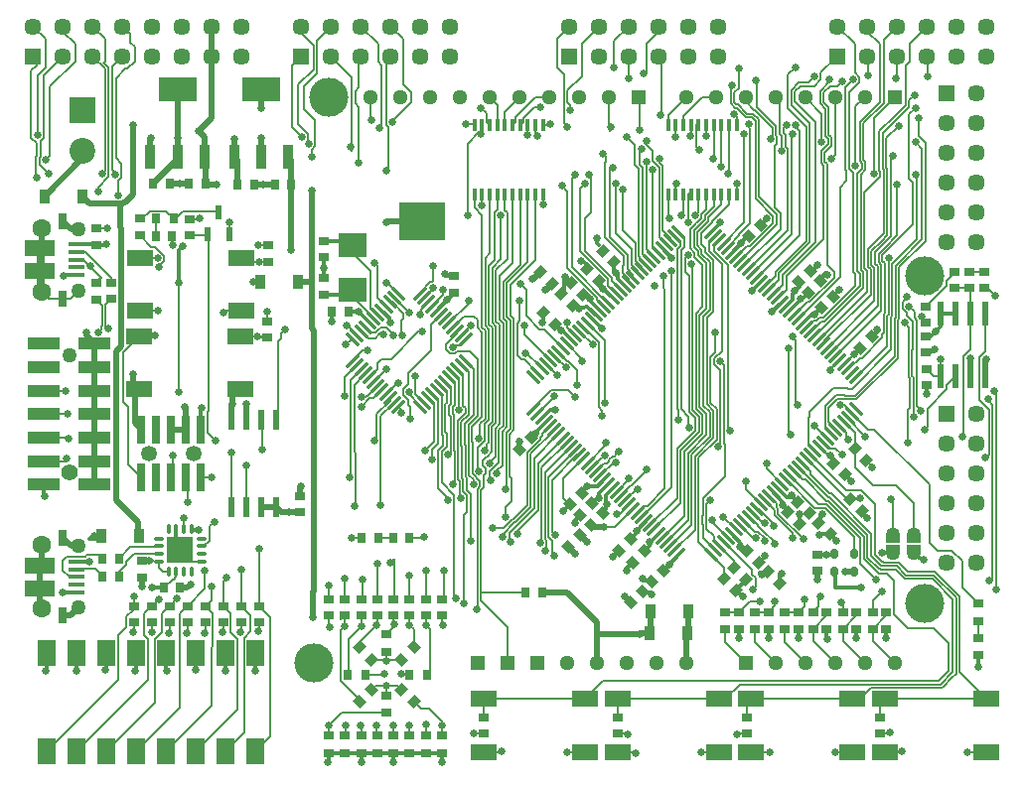
<source format=gtl>
%FSLAX25Y25*%
%MOIN*%
G70*
G01*
G75*
G04 Layer_Physical_Order=1*
G04 Layer_Color=255*
%ADD10R,0.05512X0.01575*%
%ADD11R,0.09843X0.05610*%
%ADD12R,0.02756X0.05610*%
%ADD13R,0.03347X0.04724*%
%ADD14R,0.03347X0.05000*%
%ADD15R,0.03150X0.03347*%
%ADD16C,0.05000*%
%ADD17R,0.03347X0.03150*%
%ADD18R,0.08500X0.05500*%
G04:AMPARAMS|DCode=19|XSize=33.47mil|YSize=31.5mil|CornerRadius=0mil|HoleSize=0mil|Usage=FLASHONLY|Rotation=225.000|XOffset=0mil|YOffset=0mil|HoleType=Round|Shape=Rectangle|*
%AMROTATEDRECTD19*
4,1,4,0.00070,0.02297,0.02297,0.00070,-0.00070,-0.02297,-0.02297,-0.00070,0.00070,0.02297,0.0*
%
%ADD19ROTATEDRECTD19*%

G04:AMPARAMS|DCode=20|XSize=33.47mil|YSize=31.5mil|CornerRadius=0mil|HoleSize=0mil|Usage=FLASHONLY|Rotation=315.000|XOffset=0mil|YOffset=0mil|HoleType=Round|Shape=Rectangle|*
%AMROTATEDRECTD20*
4,1,4,-0.02297,0.00070,-0.00070,0.02297,0.02297,-0.00070,0.00070,-0.02297,-0.02297,0.00070,0.0*
%
%ADD20ROTATEDRECTD20*%

%ADD21R,0.03543X0.08268*%
%ADD22R,0.12992X0.08268*%
%ADD23R,0.01378X0.03937*%
G04:AMPARAMS|DCode=24|XSize=25.59mil|YSize=33.47mil|CornerRadius=6.4mil|HoleSize=0mil|Usage=FLASHONLY|Rotation=180.000|XOffset=0mil|YOffset=0mil|HoleType=Round|Shape=RoundedRectangle|*
%AMROUNDEDRECTD24*
21,1,0.02559,0.02067,0,0,180.0*
21,1,0.01280,0.03347,0,0,180.0*
1,1,0.01280,-0.00640,0.01034*
1,1,0.01280,0.00640,0.01034*
1,1,0.01280,0.00640,-0.01034*
1,1,0.01280,-0.00640,-0.01034*
%
%ADD24ROUNDEDRECTD24*%
%ADD25R,0.06000X0.08500*%
%ADD26R,0.09449X0.07874*%
G04:AMPARAMS|DCode=27|XSize=9.84mil|YSize=59.06mil|CornerRadius=0mil|HoleSize=0mil|Usage=FLASHONLY|Rotation=315.000|XOffset=0mil|YOffset=0mil|HoleType=Round|Shape=Rectangle|*
%AMROTATEDRECTD27*
4,1,4,-0.02436,-0.01740,0.01740,0.02436,0.02436,0.01740,-0.01740,-0.02436,-0.02436,-0.01740,0.0*
%
%ADD27ROTATEDRECTD27*%

G04:AMPARAMS|DCode=28|XSize=9.84mil|YSize=59.06mil|CornerRadius=0mil|HoleSize=0mil|Usage=FLASHONLY|Rotation=45.000|XOffset=0mil|YOffset=0mil|HoleType=Round|Shape=Rectangle|*
%AMROTATEDRECTD28*
4,1,4,0.01740,-0.02436,-0.02436,0.01740,-0.01740,0.02436,0.02436,-0.01740,0.01740,-0.02436,0.0*
%
%ADD28ROTATEDRECTD28*%

%ADD29R,0.02362X0.04724*%
%ADD30R,0.02900X0.09500*%
%ADD31R,0.02362X0.08071*%
%ADD32R,0.11024X0.03937*%
%ADD33R,0.02362X0.07087*%
%ADD34R,0.08661X0.08661*%
%ADD35O,0.03740X0.01181*%
%ADD36O,0.01181X0.03740*%
%ADD37R,0.15500X0.12500*%
%ADD38C,0.02000*%
%ADD39C,0.01200*%
%ADD40C,0.00600*%
%ADD41C,0.01400*%
%ADD42C,0.00700*%
%ADD43C,0.00800*%
%ADD44R,0.05000X0.02500*%
%ADD45C,0.06299*%
%ADD46C,0.05700*%
%ADD47R,0.05700X0.05700*%
%ADD48R,0.05700X0.05700*%
%ADD49C,0.05300*%
%ADD50C,0.05500*%
%ADD51C,0.08661*%
%ADD52R,0.05100X0.05100*%
%ADD53C,0.05100*%
%ADD54C,0.13100*%
%ADD55C,0.02500*%
%ADD56C,0.02600*%
%ADD57C,0.02598*%
D10*
X19829Y73418D02*
D03*
Y70859D02*
D03*
Y63182D02*
D03*
Y65741D02*
D03*
Y68300D02*
D03*
Y174800D02*
D03*
Y172241D02*
D03*
Y169682D02*
D03*
Y177359D02*
D03*
Y179918D02*
D03*
D11*
X7542Y64511D02*
D03*
Y72089D02*
D03*
Y178589D02*
D03*
Y171011D02*
D03*
D12*
X15416Y81292D02*
D03*
Y55308D02*
D03*
Y161808D02*
D03*
Y187792D02*
D03*
D13*
X212401Y49300D02*
D03*
X94299Y167300D02*
D03*
X40999Y82000D02*
D03*
X225199Y56800D02*
D03*
X21799Y196100D02*
D03*
D14*
X224999Y49300D02*
D03*
X81701Y167300D02*
D03*
X28401Y82000D02*
D03*
X212601Y56800D02*
D03*
X9201Y196100D02*
D03*
D15*
X111156Y157200D02*
D03*
X105644D02*
D03*
X34156Y74400D02*
D03*
X28644D02*
D03*
X34156Y68400D02*
D03*
X28644D02*
D03*
X54756Y64600D02*
D03*
X49244D02*
D03*
X52056Y182800D02*
D03*
X46544D02*
D03*
X131647Y35400D02*
D03*
X137553D02*
D03*
X116953Y35500D02*
D03*
X111047D02*
D03*
X74044Y200100D02*
D03*
X79556D02*
D03*
X63256Y200500D02*
D03*
X57744D02*
D03*
X45644D02*
D03*
X51156D02*
D03*
X46547Y188600D02*
D03*
X52453D02*
D03*
X131756Y81400D02*
D03*
X126244D02*
D03*
X92056Y200100D02*
D03*
X86544D02*
D03*
X115447Y81400D02*
D03*
X121353D02*
D03*
X170597Y63000D02*
D03*
X176109D02*
D03*
D16*
X294000Y82300D02*
D03*
Y76500D02*
D03*
X301000D02*
D03*
Y82300D02*
D03*
X20458Y78597D02*
D03*
Y58003D02*
D03*
Y164503D02*
D03*
Y185097D02*
D03*
X17535Y142607D02*
D03*
D17*
X291700Y50844D02*
D03*
Y56356D02*
D03*
X287100Y50844D02*
D03*
Y56356D02*
D03*
X201500Y15544D02*
D03*
Y21056D02*
D03*
X156500Y15544D02*
D03*
Y21056D02*
D03*
X41800Y68044D02*
D03*
Y73556D02*
D03*
X124000Y43147D02*
D03*
Y49053D02*
D03*
Y28453D02*
D03*
Y22547D02*
D03*
X322500Y42144D02*
D03*
Y47656D02*
D03*
X304900Y143544D02*
D03*
Y149056D02*
D03*
X324700Y165244D02*
D03*
Y170756D02*
D03*
X304900Y159156D02*
D03*
Y153644D02*
D03*
X305100Y138156D02*
D03*
Y132644D02*
D03*
X319600Y165244D02*
D03*
Y170756D02*
D03*
X314500Y170756D02*
D03*
Y165244D02*
D03*
X322500Y53447D02*
D03*
X322500Y59353D02*
D03*
X39100Y52944D02*
D03*
Y58456D02*
D03*
X57800Y182944D02*
D03*
Y188456D02*
D03*
X95000Y89944D02*
D03*
Y95456D02*
D03*
X245000Y15544D02*
D03*
Y21056D02*
D03*
X289500Y15544D02*
D03*
Y21056D02*
D03*
X110029Y15053D02*
D03*
Y9147D02*
D03*
X115457Y15053D02*
D03*
Y9147D02*
D03*
X120886Y15053D02*
D03*
Y9147D02*
D03*
X131743Y15053D02*
D03*
Y9147D02*
D03*
X142600Y15053D02*
D03*
Y9147D02*
D03*
X41100Y188556D02*
D03*
Y183044D02*
D03*
X83800Y154056D02*
D03*
Y148544D02*
D03*
X84400Y179656D02*
D03*
Y174144D02*
D03*
X26600Y166956D02*
D03*
Y161444D02*
D03*
X31700Y167056D02*
D03*
Y161544D02*
D03*
X26700Y185356D02*
D03*
Y179844D02*
D03*
X102800Y181056D02*
D03*
Y175544D02*
D03*
X102900Y163144D02*
D03*
Y168656D02*
D03*
X146500Y163744D02*
D03*
Y169256D02*
D03*
X268600Y70344D02*
D03*
Y75856D02*
D03*
X237600Y50844D02*
D03*
Y56356D02*
D03*
X277100Y50844D02*
D03*
Y56356D02*
D03*
X281600Y50844D02*
D03*
Y56356D02*
D03*
X271600Y50844D02*
D03*
Y56356D02*
D03*
X45100Y52944D02*
D03*
Y58456D02*
D03*
X51100Y52944D02*
D03*
Y58456D02*
D03*
X81100D02*
D03*
Y52944D02*
D03*
X75100Y58456D02*
D03*
Y52944D02*
D03*
X69100Y58456D02*
D03*
Y52944D02*
D03*
X63100Y58456D02*
D03*
Y52944D02*
D03*
X57100Y58456D02*
D03*
Y52944D02*
D03*
X104600Y55344D02*
D03*
Y60856D02*
D03*
X110029Y55344D02*
D03*
Y60856D02*
D03*
X115457Y55344D02*
D03*
Y60856D02*
D03*
X120886Y55344D02*
D03*
Y60856D02*
D03*
X126314Y55344D02*
D03*
Y60856D02*
D03*
X131743Y55344D02*
D03*
Y60856D02*
D03*
X137171Y55344D02*
D03*
Y60856D02*
D03*
X142600Y55344D02*
D03*
Y60856D02*
D03*
X104600Y15053D02*
D03*
Y9147D02*
D03*
X137171Y15053D02*
D03*
Y9147D02*
D03*
X126314Y15053D02*
D03*
Y9147D02*
D03*
X242100Y56356D02*
D03*
Y50844D02*
D03*
X257600D02*
D03*
Y56356D02*
D03*
X247600Y50844D02*
D03*
Y56356D02*
D03*
X252100D02*
D03*
Y50844D02*
D03*
X262100Y56356D02*
D03*
Y50844D02*
D03*
X267100Y50844D02*
D03*
Y56356D02*
D03*
D18*
X75200Y175400D02*
D03*
X41200D02*
D03*
X75200Y157600D02*
D03*
X41200D02*
D03*
X156700Y9500D02*
D03*
X190700D02*
D03*
X156700Y27300D02*
D03*
X190700D02*
D03*
X201533Y9500D02*
D03*
X235533D02*
D03*
X201533Y27300D02*
D03*
X235533D02*
D03*
X246367Y9500D02*
D03*
X280367D02*
D03*
X246367Y27300D02*
D03*
X280367D02*
D03*
X291200Y9500D02*
D03*
X325200D02*
D03*
X291200Y27300D02*
D03*
X325200D02*
D03*
X74900Y149000D02*
D03*
X40900D02*
D03*
X74900Y131200D02*
D03*
X40900D02*
D03*
D19*
X128983Y30517D02*
D03*
X133159Y26341D02*
D03*
X119017Y40483D02*
D03*
X114841Y44659D02*
D03*
X248949Y73051D02*
D03*
X245051Y76949D02*
D03*
X277949Y102551D02*
D03*
X274051Y106449D02*
D03*
X196451Y177849D02*
D03*
X200349Y173951D02*
D03*
X176551Y156949D02*
D03*
X180449Y153051D02*
D03*
X186549Y159351D02*
D03*
X182651Y163249D02*
D03*
X186051Y166949D02*
D03*
X189949Y163051D02*
D03*
X175574Y170611D02*
D03*
X179472Y166714D02*
D03*
X272949Y82551D02*
D03*
X269051Y86449D02*
D03*
X265949Y89551D02*
D03*
X262051Y93449D02*
D03*
X262449Y86051D02*
D03*
X258551Y89949D02*
D03*
X195149Y167851D02*
D03*
X191251Y171749D02*
D03*
X285049Y107351D02*
D03*
X281151Y111249D02*
D03*
X241149Y63851D02*
D03*
X237251Y67749D02*
D03*
X240757Y71396D02*
D03*
X244655Y67499D02*
D03*
X283449Y90351D02*
D03*
X279551Y94249D02*
D03*
X252051Y69949D02*
D03*
X255949Y66051D02*
D03*
D20*
X128983Y40483D02*
D03*
X133159Y44659D02*
D03*
X119017Y30517D02*
D03*
X114841Y26341D02*
D03*
X206551Y73051D02*
D03*
X210449Y76949D02*
D03*
X185551Y92551D02*
D03*
X189449Y96449D02*
D03*
X273949Y162449D02*
D03*
X270051Y158551D02*
D03*
X286949Y148949D02*
D03*
X283051Y145051D02*
D03*
X249449Y186449D02*
D03*
X245551Y182551D02*
D03*
X266249Y171149D02*
D03*
X262351Y167251D02*
D03*
X192949Y92949D02*
D03*
X189051Y89051D02*
D03*
X209949Y63449D02*
D03*
X206051Y59551D02*
D03*
X188949Y82249D02*
D03*
X185051Y78351D02*
D03*
X213051Y66551D02*
D03*
X216949Y70449D02*
D03*
X269449Y167749D02*
D03*
X265551Y163851D02*
D03*
X202051Y77051D02*
D03*
X205949Y80949D02*
D03*
X196449Y89549D02*
D03*
X192551Y85651D02*
D03*
X168551Y111051D02*
D03*
X172449Y114949D02*
D03*
D21*
X44745Y209479D02*
D03*
X53800D02*
D03*
X62855D02*
D03*
X72945Y209480D02*
D03*
X82000D02*
D03*
X91055D02*
D03*
D22*
X53800Y231921D02*
D03*
X82000Y231920D02*
D03*
D23*
X176516Y219914D02*
D03*
X173957D02*
D03*
X171398D02*
D03*
X168839D02*
D03*
X166279D02*
D03*
X163721D02*
D03*
X161161D02*
D03*
X158602D02*
D03*
X156043D02*
D03*
X153484D02*
D03*
X176516Y196686D02*
D03*
X173957D02*
D03*
X171398D02*
D03*
X168839D02*
D03*
X166279D02*
D03*
X163721D02*
D03*
X161161D02*
D03*
X158602D02*
D03*
X156043D02*
D03*
X153484D02*
D03*
X241516Y219914D02*
D03*
X238957D02*
D03*
X236398D02*
D03*
X233839D02*
D03*
X231279D02*
D03*
X228720D02*
D03*
X226161D02*
D03*
X223602D02*
D03*
X221043D02*
D03*
X218484D02*
D03*
X241516Y196686D02*
D03*
X238957D02*
D03*
X236398D02*
D03*
X233839D02*
D03*
X231279D02*
D03*
X228720D02*
D03*
X226161D02*
D03*
X223602D02*
D03*
X221043D02*
D03*
X218484D02*
D03*
D24*
X280796Y76002D02*
D03*
X274300D02*
D03*
Y69900D02*
D03*
X280796D02*
D03*
D25*
X10000Y9800D02*
D03*
X20000D02*
D03*
X30000D02*
D03*
X40000D02*
D03*
X50000D02*
D03*
X60000D02*
D03*
X70000D02*
D03*
X80000D02*
D03*
X10000Y42800D02*
D03*
X20000D02*
D03*
X30000D02*
D03*
X40000D02*
D03*
X50000D02*
D03*
X60000D02*
D03*
X70000D02*
D03*
X80000D02*
D03*
D26*
X112600Y164794D02*
D03*
X112600Y179754D02*
D03*
D27*
X135219Y163330D02*
D03*
X136611Y161939D02*
D03*
X138003Y160547D02*
D03*
X139395Y159155D02*
D03*
X140787Y157763D02*
D03*
X142179Y156371D02*
D03*
X143571Y154979D02*
D03*
X144963Y153587D02*
D03*
X146355Y152195D02*
D03*
X147747Y150803D02*
D03*
X149138Y149411D02*
D03*
X150530Y148019D02*
D03*
X127981Y125470D02*
D03*
X126589Y126862D02*
D03*
X125197Y128253D02*
D03*
X123805Y129645D02*
D03*
X122413Y131037D02*
D03*
X121021Y132429D02*
D03*
X119629Y133821D02*
D03*
X118237Y135213D02*
D03*
X116845Y136605D02*
D03*
X115454Y137997D02*
D03*
X114061Y139389D02*
D03*
X112670Y140781D02*
D03*
X232928Y184147D02*
D03*
X234320Y182755D02*
D03*
X235713Y181363D02*
D03*
X237104Y179971D02*
D03*
X238496Y178579D02*
D03*
X239888Y177187D02*
D03*
X241280Y175795D02*
D03*
X242672Y174403D02*
D03*
X244064Y173011D02*
D03*
X245456Y171619D02*
D03*
X246848Y170227D02*
D03*
X248240Y168835D02*
D03*
X249632Y167443D02*
D03*
X251024Y166051D02*
D03*
X252416Y164659D02*
D03*
X253808Y163268D02*
D03*
X255200Y161875D02*
D03*
X256592Y160484D02*
D03*
X257983Y159092D02*
D03*
X259376Y157700D02*
D03*
X260767Y156308D02*
D03*
X262159Y154916D02*
D03*
X263551Y153524D02*
D03*
X264943Y152132D02*
D03*
X266335Y150740D02*
D03*
X267727Y149348D02*
D03*
X269119Y147956D02*
D03*
X270511Y146564D02*
D03*
X271903Y145172D02*
D03*
X273295Y143780D02*
D03*
X274687Y142388D02*
D03*
X276079Y140996D02*
D03*
X277471Y139604D02*
D03*
X278863Y138213D02*
D03*
X280255Y136820D02*
D03*
X281646Y135429D02*
D03*
X222071Y75854D02*
D03*
X220679Y77245D02*
D03*
X219287Y78637D02*
D03*
X217896Y80029D02*
D03*
X216504Y81421D02*
D03*
X215112Y82813D02*
D03*
X213720Y84205D02*
D03*
X212328Y85597D02*
D03*
X210936Y86989D02*
D03*
X209544Y88381D02*
D03*
X208152Y89773D02*
D03*
X206760Y91165D02*
D03*
X205368Y92557D02*
D03*
X203976Y93949D02*
D03*
X202584Y95341D02*
D03*
X201192Y96733D02*
D03*
X199800Y98124D02*
D03*
X198408Y99516D02*
D03*
X197017Y100909D02*
D03*
X195625Y102301D02*
D03*
X194232Y103692D02*
D03*
X192841Y105084D02*
D03*
X191449Y106476D02*
D03*
X190057Y107868D02*
D03*
X188665Y109260D02*
D03*
X187273Y110652D02*
D03*
X185881Y112044D02*
D03*
X184489Y113436D02*
D03*
X183097Y114828D02*
D03*
X181705Y116220D02*
D03*
X180313Y117612D02*
D03*
X178921Y119004D02*
D03*
X177529Y120396D02*
D03*
X176137Y121788D02*
D03*
X174745Y123179D02*
D03*
X173353Y124572D02*
D03*
D28*
X150530Y140781D02*
D03*
X149138Y139389D02*
D03*
X147747Y137997D02*
D03*
X146355Y136605D02*
D03*
X144963Y135213D02*
D03*
X143571Y133821D02*
D03*
X142179Y132429D02*
D03*
X140787Y131037D02*
D03*
X139395Y129645D02*
D03*
X138003Y128253D02*
D03*
X136611Y126862D02*
D03*
X135219Y125470D02*
D03*
X112670Y148019D02*
D03*
X114061Y149411D02*
D03*
X115454Y150803D02*
D03*
X116845Y152195D02*
D03*
X118237Y153587D02*
D03*
X119629Y154979D02*
D03*
X121021Y156371D02*
D03*
X122413Y157763D02*
D03*
X123805Y159155D02*
D03*
X125197Y160547D02*
D03*
X126589Y161939D02*
D03*
X127981Y163330D02*
D03*
X173353Y135429D02*
D03*
X174745Y136820D02*
D03*
X176137Y138213D02*
D03*
X177529Y139604D02*
D03*
X178921Y140997D02*
D03*
X180313Y142388D02*
D03*
X181705Y143780D02*
D03*
X183097Y145172D02*
D03*
X184489Y146564D02*
D03*
X185881Y147956D02*
D03*
X187273Y149348D02*
D03*
X188665Y150740D02*
D03*
X190057Y152132D02*
D03*
X191449Y153524D02*
D03*
X192841Y154916D02*
D03*
X194232Y156308D02*
D03*
X195625Y157700D02*
D03*
X197017Y159092D02*
D03*
X198408Y160484D02*
D03*
X199800Y161875D02*
D03*
X201192Y163268D02*
D03*
X202584Y164660D02*
D03*
X203976Y166051D02*
D03*
X205368Y167443D02*
D03*
X206760Y168835D02*
D03*
X208152Y170227D02*
D03*
X209544Y171619D02*
D03*
X210936Y173011D02*
D03*
X212328Y174403D02*
D03*
X213720Y175795D02*
D03*
X215112Y177187D02*
D03*
X216504Y178579D02*
D03*
X217896Y179971D02*
D03*
X219288Y181363D02*
D03*
X220679Y182755D02*
D03*
X222071Y184147D02*
D03*
X281646Y124572D02*
D03*
X280255Y123179D02*
D03*
X278863Y121788D02*
D03*
X277471Y120396D02*
D03*
X276079Y119004D02*
D03*
X274687Y117612D02*
D03*
X273295Y116220D02*
D03*
X271903Y114828D02*
D03*
X270511Y113436D02*
D03*
X269119Y112044D02*
D03*
X267727Y110652D02*
D03*
X266335Y109260D02*
D03*
X264943Y107868D02*
D03*
X263551Y106476D02*
D03*
X262159Y105084D02*
D03*
X260767Y103692D02*
D03*
X259376Y102301D02*
D03*
X257984Y100909D02*
D03*
X256592Y99516D02*
D03*
X255200Y98124D02*
D03*
X253808Y96733D02*
D03*
X252416Y95341D02*
D03*
X251024Y93949D02*
D03*
X249632Y92557D02*
D03*
X248240Y91165D02*
D03*
X246848Y89773D02*
D03*
X245456Y88381D02*
D03*
X244064Y86989D02*
D03*
X242672Y85597D02*
D03*
X241280Y84205D02*
D03*
X239888Y82813D02*
D03*
X238496Y81421D02*
D03*
X237104Y80029D02*
D03*
X235713Y78637D02*
D03*
X234320Y77245D02*
D03*
X232928Y75853D02*
D03*
D29*
X63860Y183457D02*
D03*
X71340D02*
D03*
X67600Y190543D02*
D03*
D30*
X61700Y117800D02*
D03*
Y101800D02*
D03*
X56700Y117800D02*
D03*
Y101800D02*
D03*
X51700Y117800D02*
D03*
Y101800D02*
D03*
X46700Y117800D02*
D03*
Y101800D02*
D03*
X41700Y117800D02*
D03*
Y101800D02*
D03*
D31*
X320000Y156832D02*
D03*
X315000D02*
D03*
Y135769D02*
D03*
X310000Y156832D02*
D03*
X325000Y135769D02*
D03*
X320000D02*
D03*
X310000D02*
D03*
X325000Y156832D02*
D03*
D32*
X26000Y99300D02*
D03*
X9071D02*
D03*
X26000Y107174D02*
D03*
X9071D02*
D03*
X26000Y115048D02*
D03*
X9071D02*
D03*
X26000Y122922D02*
D03*
X9071D02*
D03*
X26000Y130796D02*
D03*
X9071D02*
D03*
X26000Y138670D02*
D03*
X9071D02*
D03*
X26000Y146544D02*
D03*
X9071D02*
D03*
D33*
X72000Y91733D02*
D03*
X77000D02*
D03*
X82000D02*
D03*
X87000D02*
D03*
X72000Y120867D02*
D03*
X77000D02*
D03*
X82000D02*
D03*
X87000D02*
D03*
D34*
X54700Y77300D02*
D03*
X22000Y225190D02*
D03*
D35*
X61885Y81139D02*
D03*
Y78579D02*
D03*
Y76020D02*
D03*
Y73461D02*
D03*
X47515D02*
D03*
Y76020D02*
D03*
Y78579D02*
D03*
Y81139D02*
D03*
D36*
X58539Y70115D02*
D03*
X55980D02*
D03*
X53421D02*
D03*
X50861D02*
D03*
Y84485D02*
D03*
X53421D02*
D03*
X55980D02*
D03*
X58539D02*
D03*
D37*
X135900Y187572D02*
D03*
D38*
X188949Y82249D02*
X191126Y80072D01*
Y79919D02*
Y80072D01*
X177337Y164750D02*
X177508D01*
X179472Y166714D01*
X185051Y78351D02*
X187300Y76103D01*
Y75900D02*
Y76103D01*
X196800Y85000D02*
X196900Y84900D01*
X193202Y85000D02*
X196800D01*
X192551Y85651D02*
X193202Y85000D01*
X173000Y168200D02*
X173163D01*
X175574Y170611D01*
Y170465D02*
Y170611D01*
X7542Y171011D02*
Y178589D01*
Y164859D02*
Y171011D01*
Y164859D02*
X8329Y164072D01*
X7542Y64511D02*
Y72089D01*
X8329Y72877D02*
Y79028D01*
X7542Y72089D02*
X8329Y72877D01*
X7542Y58359D02*
X8329Y57572D01*
X7542Y58359D02*
Y64511D01*
X65300Y243100D02*
Y253100D01*
Y222500D02*
Y243100D01*
X60800Y218000D02*
X65300Y222500D01*
X224999Y49300D02*
X225181Y49482D01*
X212401Y49300D02*
X212583Y49482D01*
X99000Y167800D02*
Y198100D01*
Y151800D02*
Y167800D01*
X98500Y167300D02*
X99000Y167800D01*
X94299Y167300D02*
X98500D01*
X34673Y185800D02*
Y193043D01*
X34973Y145760D02*
Y185500D01*
X34673Y185800D02*
X34973Y185500D01*
X23300Y149244D02*
Y150300D01*
Y149244D02*
X26000Y146544D01*
X33400Y94000D02*
Y144187D01*
X34973Y145760D01*
X319800Y135969D02*
Y141600D01*
Y135969D02*
X320000Y135769D01*
X325000Y141100D02*
X325200Y141300D01*
X325000Y135769D02*
Y141100D01*
X99700Y63500D02*
Y151100D01*
X99400Y54600D02*
Y63200D01*
X99700Y63500D01*
X99000Y151800D02*
X99700Y151100D01*
X63356Y200500D02*
Y209379D01*
X63256Y200500D02*
X63656Y200100D01*
X66800D01*
X209000Y49100D02*
X209200Y49300D01*
X212401D01*
X34673Y193043D02*
X35181Y193550D01*
X36100Y193900D02*
X39000Y196800D01*
X35530Y193900D02*
X36100D01*
X35181Y193550D02*
X35530Y193900D01*
X24349Y193550D02*
X35181D01*
X33400Y94000D02*
X40681Y86719D01*
Y80900D02*
Y86719D01*
X224500Y48801D02*
X224999Y49300D01*
X224500Y39300D02*
Y48801D01*
X57000Y64600D02*
X58100Y65700D01*
X41800Y65100D02*
Y68044D01*
X54756Y64600D02*
X57000D01*
X81900Y225800D02*
X82000Y225900D01*
Y231920D01*
X44745Y215645D02*
X44800Y215700D01*
X44745Y209879D02*
Y215645D01*
X45644Y200500D02*
X53800Y208656D01*
X57844Y200256D02*
Y200500D01*
X51156D02*
X51256Y200400D01*
X54500D01*
X54600Y200500D01*
X57744D01*
X91055Y209480D02*
X92056Y208479D01*
Y200100D02*
Y208479D01*
X86444Y200000D02*
X86544Y200100D01*
X82700Y200000D02*
X86444D01*
X82600Y200100D02*
X82700Y200000D01*
X79556Y200100D02*
X82600D01*
X72945Y209480D02*
X74044Y208380D01*
Y200100D02*
Y208380D01*
X62855Y209879D02*
X63356Y209379D01*
X81900Y215600D02*
X82000Y215500D01*
Y209480D02*
Y215500D01*
X72900Y215400D02*
X72945Y215355D01*
Y209480D02*
Y215355D01*
X53800Y215800D02*
Y232320D01*
Y208656D02*
Y215800D01*
X62855Y209879D02*
Y215945D01*
X60800Y218000D02*
X62855Y215945D01*
X26000Y138670D02*
Y146544D01*
Y130796D02*
Y138670D01*
Y122922D02*
Y130796D01*
X39000Y131900D02*
Y136200D01*
Y131900D02*
X39600Y131300D01*
X72100Y129800D02*
X73600Y131300D01*
X72100Y126200D02*
Y129800D01*
X72000Y126100D02*
X72100Y126200D01*
X72000Y120867D02*
Y126100D01*
X77000Y120867D02*
Y126200D01*
X82000Y91733D02*
X87000D01*
X95000Y98500D02*
X95100Y98600D01*
X95000Y95456D02*
Y98500D01*
X87000Y91733D02*
X88633Y90100D01*
X91200D01*
X91356Y89944D01*
X95000D01*
X21799Y196100D02*
X24349Y193550D01*
X26000Y99300D02*
Y107174D01*
Y115048D01*
Y122922D01*
X51700Y117800D02*
X56700D01*
Y124700D01*
X56100Y125300D02*
X56700Y124700D01*
X39600Y119900D02*
X41700Y117800D01*
X39600Y119900D02*
Y131300D01*
X268600Y67600D02*
Y70344D01*
X268500Y67500D02*
X268600Y67600D01*
X277900Y69900D02*
X280796D01*
X22000Y208899D02*
Y211410D01*
X9201Y196100D02*
X22000Y208899D01*
X38900Y219900D02*
X39000Y219800D01*
Y196800D02*
Y219800D01*
X212583Y49482D02*
Y57300D01*
X225181Y49482D02*
Y57300D01*
X92056Y177956D02*
Y200100D01*
X92000Y177900D02*
X92056Y177956D01*
X124335Y187572D02*
X135900D01*
X124004Y187240D02*
X124335Y187572D01*
X176109Y63000D02*
X184458D01*
X194500Y52958D01*
X195400Y49100D02*
X209000D01*
X194500Y50000D02*
X195400Y49100D01*
X194500Y39300D02*
Y50000D01*
Y52958D01*
X15416Y187792D02*
X18111Y185097D01*
X20458D01*
X15416Y81292D02*
X18111Y78597D01*
X20458D01*
X15416Y55308D02*
X17763D01*
X20458Y58003D01*
X8329Y164072D02*
Y185528D01*
D39*
X179742Y166444D02*
X180149Y166851D01*
X249200Y68900D02*
X249346Y69046D01*
X249200Y68900D02*
X249855Y69555D01*
X209900Y67600D02*
X210555Y66945D01*
X203900Y61703D02*
Y61800D01*
X272500Y109000D02*
X274051Y107449D01*
X140787Y157787D02*
X144200Y161200D01*
X251000Y75103D02*
Y75500D01*
X258324Y95000D02*
X259000D01*
X255200Y98124D02*
X258324Y95000D01*
X204300Y70900D02*
X204700Y70500D01*
X242500Y78300D02*
Y79000D01*
X243000Y79500D01*
X182837Y151000D02*
X185881Y147956D01*
X114500Y157500D02*
X118237Y153763D01*
X280866Y143000D02*
X281000D01*
X266528Y156500D02*
X267500D01*
X263551Y153524D02*
X266528Y156500D01*
X271400Y170400D02*
X272000Y169800D01*
X260227Y163527D02*
X261000Y164300D01*
X249449Y186449D02*
X251600Y188600D01*
X239888Y177187D02*
X243000Y180298D01*
X200349Y171151D02*
X201000Y170500D01*
X200349Y171151D02*
Y173951D01*
X195800Y167402D02*
X196449Y168051D01*
X195800Y165700D02*
Y167402D01*
Y165700D02*
X196500Y165000D01*
X191346Y159000D02*
X194038Y156308D01*
X188700Y158200D02*
X191346Y159000D01*
X194038Y156308D02*
X194232D01*
X192884Y154916D02*
X196100Y151700D01*
X192841Y154916D02*
X192884D01*
X186649Y160251D02*
X188700Y158200D01*
X196500Y165000D02*
X196676D01*
X199800Y161875D01*
X201000Y170500D02*
X201732Y169768D01*
Y168295D02*
Y169768D01*
Y168295D02*
X203976Y166051D01*
X180449Y153051D02*
X180449D01*
X182500Y151000D01*
X182837D01*
X174500Y117000D02*
Y117366D01*
X177529Y120396D01*
X216949Y70449D02*
Y70449D01*
X219000Y72500D01*
X222071Y75571D01*
Y75853D01*
X243000Y79000D02*
X245051Y76949D01*
X243000Y79000D02*
Y79500D01*
X239888Y82612D02*
Y82813D01*
Y82612D02*
X243000Y79500D01*
X259000Y95000D02*
X260500D01*
X262051Y93449D01*
X274051Y106449D02*
Y107449D01*
X281000Y143000D02*
X283051Y145051D01*
X281000Y143000D02*
X281000D01*
X269551Y158551D02*
X270051D01*
X267500Y156500D02*
X269551Y158551D01*
X262551Y165851D02*
Y166851D01*
X261000Y164300D02*
X262551Y165851D01*
X260227Y162136D02*
Y163527D01*
X257983Y159092D02*
X260227Y161336D01*
X245051Y182551D02*
X245551D01*
X243000Y180500D02*
X245051Y182551D01*
X243000Y180298D02*
Y180500D01*
X262051Y93449D02*
X262452Y93048D01*
X272949Y82551D02*
X275000Y80500D01*
X275000D01*
X277949Y102551D02*
X280000Y100500D01*
X245051Y76949D02*
X245452Y76548D01*
X248949Y73051D02*
X251000Y75103D01*
X255949Y66051D02*
Y68949D01*
X256000Y69500D02*
X256500D01*
X255949Y68949D02*
X256500Y69500D01*
X216548Y70048D02*
X216949Y70449D01*
X212657Y66945D02*
X213051Y66551D01*
X210555Y66945D02*
X212657D01*
X209900Y67300D02*
Y67600D01*
X203900Y61703D02*
X206051Y59551D01*
X206451Y73051D02*
X206551D01*
X204300Y70900D02*
X206451Y73051D01*
X200000Y75000D02*
X202051Y77051D01*
X199800Y75000D02*
X200000D01*
X186900Y86900D02*
X189051Y89051D01*
X183400Y90400D02*
X185551Y92551D01*
X168551Y111051D02*
Y114249D01*
X168300Y114500D02*
X168500D01*
X176551Y153851D02*
Y156949D01*
X176300Y153600D02*
X176551Y153851D01*
X183051Y163949D02*
X183645Y164543D01*
Y168746D02*
X183900Y169000D01*
X185951Y166949D01*
X186051D01*
X183645Y164543D02*
Y168746D01*
X192451Y171949D02*
X192551D01*
X190400Y174000D02*
X192451Y171949D01*
X266449Y170749D02*
X268700Y173000D01*
Y173100D01*
X269449Y167749D02*
Y168449D01*
X271400Y170400D01*
X273949Y162449D02*
Y162749D01*
X275900Y164700D01*
X269051Y86449D02*
X269445Y86843D01*
Y88645D01*
Y89300D02*
X270100D01*
X269445Y88645D02*
X270100Y89300D01*
X269651Y82551D02*
X272949D01*
X269400Y82300D02*
Y82700D01*
Y82300D02*
X269651Y82551D01*
X209949Y63449D02*
X210343Y63055D01*
X212245D01*
X212900Y62400D02*
Y63055D01*
X251657Y69555D02*
X252051Y69949D01*
X249855Y69555D02*
X251657D01*
X249200Y68900D02*
Y69555D01*
X10000Y37100D02*
Y42800D01*
X9600Y36700D02*
X10000Y37100D01*
X20000Y36900D02*
Y42800D01*
X19800Y36700D02*
X20000Y36900D01*
X30000Y37200D02*
Y42800D01*
X29700Y36900D02*
X30000Y37200D01*
X40000Y37100D02*
Y42800D01*
X39600Y36700D02*
X40000Y37100D01*
X50000Y36900D02*
Y42800D01*
Y36900D02*
X50200Y36700D01*
X60000Y36900D02*
Y42800D01*
X70000Y36600D02*
Y42800D01*
X80000Y36800D02*
Y42800D01*
X79900Y36700D02*
X80000Y36800D01*
X272500Y109000D02*
X273000D01*
X219600Y175400D02*
X219683D01*
X216504Y178579D02*
X219683Y175400D01*
X274153Y75856D02*
X274300Y76002D01*
X268600Y75856D02*
X271600D01*
X274153D01*
X274744Y64700D02*
Y69456D01*
X274300Y69900D02*
X274744Y69456D01*
X259000Y95000D02*
X259800Y95800D01*
X212245Y63055D02*
X212900Y62400D01*
X212200Y79900D02*
X212350Y80050D01*
X212550D01*
X212200Y78700D02*
Y79900D01*
X210449Y76949D02*
X212200Y78700D01*
X194773Y98664D02*
X197017Y100909D01*
X191265Y98664D02*
X194773D01*
X189449Y96449D02*
Y96849D01*
X191265Y98664D01*
X61700Y117800D02*
Y124600D01*
X62000Y124900D01*
X289100Y151100D02*
Y151300D01*
X286949Y148949D02*
X289100Y151100D01*
X288700Y151300D02*
X289100D01*
X172449Y114949D02*
X174500Y117000D01*
X174000Y116500D02*
X174500Y117000D01*
X249346Y69046D02*
X249787D01*
X168300Y114500D02*
X168551Y114249D01*
X168300Y114500D02*
X168600Y114200D01*
Y113800D02*
Y114200D01*
X274744Y64700D02*
X280256D01*
X194488Y180512D02*
X195400Y179600D01*
X194488Y180512D02*
Y182000D01*
X262700Y86303D02*
Y89300D01*
X262449Y86051D02*
X262700Y86303D01*
X197500Y95765D02*
X197550Y95715D01*
X197500Y95765D02*
Y95824D01*
X199800Y98124D01*
X196449Y89949D02*
X197550Y91050D01*
Y95715D01*
D40*
X221500Y111259D02*
X227650Y117409D01*
X222700Y110762D02*
X228850Y116912D01*
X223900Y110265D02*
X230050Y116415D01*
X225100Y109768D02*
X231250Y115918D01*
X226300Y109271D02*
X232450Y115421D01*
X227500Y108774D02*
X233650Y114924D01*
X221500Y94769D02*
Y111259D01*
X212328Y85597D02*
X221500Y94769D01*
X222700Y93185D02*
Y110762D01*
X213720Y84205D02*
X222700Y93185D01*
X223900Y88809D02*
Y110265D01*
X216512Y81421D02*
X223900Y88809D01*
X225100Y87844D02*
Y109768D01*
Y87844D02*
X225150Y87793D01*
Y87382D02*
Y87793D01*
X226300Y88341D02*
Y109271D01*
Y88341D02*
X226350Y88291D01*
Y85700D02*
Y88291D01*
X227500Y88838D02*
Y108774D01*
Y88838D02*
X227550Y88788D01*
Y84116D02*
Y88788D01*
X228700Y108277D02*
X234850Y114427D01*
X228700Y89335D02*
Y108277D01*
Y89335D02*
X228750Y89285D01*
X230103Y94543D02*
X237550Y101990D01*
X230103Y88941D02*
Y94543D01*
X231303Y92703D02*
X232600Y94000D01*
X231303Y88443D02*
Y92703D01*
X229950Y88788D02*
X230103Y88941D01*
X231150Y88291D02*
X231303Y88443D01*
X281698Y127907D02*
X295650Y141859D01*
X293200Y155435D02*
X293650Y155885D01*
X292000Y155932D02*
X292450Y156382D01*
X290800Y156429D02*
X291250Y156879D01*
X290250Y148611D02*
Y149809D01*
X293200Y153235D02*
Y155435D01*
X292000Y152738D02*
Y155932D01*
X290800Y152241D02*
Y156429D01*
X290250Y149809D02*
X290850Y150409D01*
X292050Y145832D02*
Y152688D01*
X281646Y135429D02*
X292050Y145832D01*
X293250Y144550D02*
Y153185D01*
X280207Y131507D02*
X293250Y144550D01*
X294450Y142356D02*
Y154988D01*
X281202Y129107D02*
X294450Y142356D01*
X295650Y141859D02*
Y154491D01*
X293200Y153235D02*
X293250Y153185D01*
X292000Y152738D02*
X292050Y152688D01*
X290800Y152241D02*
X290850Y152191D01*
Y150409D02*
Y152191D01*
X283494Y141855D02*
X290250Y148611D01*
X292050Y183041D02*
Y205485D01*
X290159Y181150D02*
X292050Y183041D01*
X290118Y181150D02*
X290159D01*
X293250Y182544D02*
Y209150D01*
X290656Y179950D02*
X293250Y182544D01*
X290615Y179950D02*
X290656D01*
X295400Y182997D02*
Y199900D01*
X291153Y178750D02*
X295400Y182997D01*
X291112Y178750D02*
X291153D01*
X300650Y186550D02*
Y200691D01*
X291650Y177550D02*
X300650Y186550D01*
X291610Y177550D02*
X291650D01*
X289150Y176788D02*
X291112Y178750D01*
X287950Y177285D02*
X290615Y179950D01*
X286750Y177782D02*
X290118Y181150D01*
X290850Y183579D02*
Y204988D01*
X285550Y178279D02*
X290850Y183579D01*
X289150Y174012D02*
Y176788D01*
X287950Y173515D02*
Y177285D01*
X286750Y173018D02*
Y177782D01*
X285550Y172521D02*
Y178279D01*
X19829Y68300D02*
X19929D01*
X16700Y75106D02*
X18358D01*
X18400Y75147D02*
X20700D01*
X18358Y75106D02*
X18400Y75147D01*
X99450Y238850D02*
Y246723D01*
X94200Y233600D02*
X99450Y238850D01*
X94200Y220441D02*
Y233600D01*
X100650Y237350D02*
Y248450D01*
X96400Y233100D02*
X100650Y237350D01*
X96400Y225400D02*
Y233100D01*
Y225400D02*
X100050Y221750D01*
X94200Y220441D02*
X97650Y216990D01*
X92300Y240100D02*
X95300Y243100D01*
X92300Y219300D02*
Y240100D01*
Y219300D02*
X95500Y216100D01*
X100050Y212910D02*
Y221750D01*
X304850Y181050D02*
Y213990D01*
X296050Y172250D02*
X304850Y181050D01*
X296050Y154891D02*
Y172250D01*
X303650Y181550D02*
Y212150D01*
X294850Y172750D02*
X303650Y181550D01*
X294850Y155388D02*
Y172750D01*
X301850Y181709D02*
Y202950D01*
X293650Y173509D02*
X301850Y181709D01*
X293650Y155885D02*
Y173509D01*
X292450Y156382D02*
Y175350D01*
X280647Y170636D02*
Y204012D01*
X281950Y203809D02*
X283550Y205410D01*
X283150Y203312D02*
X284750Y204912D01*
X284350Y197409D02*
X289650Y202709D01*
X284350Y172024D02*
Y197409D01*
X283150Y171527D02*
Y203312D01*
X281950Y171030D02*
Y203809D01*
X280647Y170636D02*
X281100Y170183D01*
X291250Y156879D02*
Y173609D01*
X281100Y165961D02*
Y170183D01*
X281950Y171030D02*
X282850Y170130D01*
Y166014D02*
Y170130D01*
X283150Y171527D02*
X284050Y170627D01*
Y165517D02*
Y170627D01*
X284350Y172024D02*
X285250Y171124D01*
Y164087D02*
Y171124D01*
X285550Y172521D02*
X286450Y171621D01*
Y163141D02*
Y171621D01*
X286750Y173018D02*
X287650Y172118D01*
Y160919D02*
Y172118D01*
X287950Y173515D02*
X288850Y172615D01*
Y159335D02*
Y172615D01*
X289150Y174012D02*
X290050Y173112D01*
Y157751D02*
Y173112D01*
X290350Y176291D02*
X291610Y177550D01*
X290350Y174509D02*
Y176291D01*
Y174509D02*
X291250Y173609D01*
X292450Y175350D02*
X292500Y175400D01*
X269119Y147956D02*
X285250Y164087D01*
X267881Y149348D02*
X284050Y165517D01*
X270991Y154155D02*
X282850Y166014D01*
X311927Y167719D02*
X314500Y170292D01*
X311927Y166183D02*
Y167719D01*
X270511Y147202D02*
X286450Y163141D01*
X307106Y67600D02*
X313900Y60806D01*
X297897Y67600D02*
X307106D01*
X294797Y70700D02*
X297897Y67600D01*
X307603Y68800D02*
X315100Y61303D01*
X298394Y68800D02*
X307603D01*
X295294Y71900D02*
X298394Y68800D01*
X54700Y77300D02*
X58539Y73461D01*
X61885D01*
X54400Y130300D02*
Y167100D01*
X131756Y81400D02*
X131856Y81300D01*
X136200D01*
X136700Y81800D01*
X155650Y97312D02*
X156600Y98262D01*
X158750Y100650D02*
X158800Y100600D01*
X158400Y106700D02*
X158500D01*
X154450Y97809D02*
X155350Y98709D01*
X142550Y99891D02*
X146750Y95691D01*
X141350Y98050D02*
X145300Y94100D01*
X118237Y135237D02*
X120900Y137900D01*
X118237Y135213D02*
Y135237D01*
X120900Y137900D02*
Y140000D01*
X132000Y121200D02*
Y125500D01*
X198750Y107591D02*
X200009Y108850D01*
X198750Y107009D02*
Y107591D01*
X200900Y106700D02*
X201500Y106100D01*
X197991Y106250D02*
X198750Y107009D01*
X196790Y106250D02*
X197991D01*
X194232Y103692D02*
X196790Y106250D01*
X195738Y102301D02*
X200538Y107100D01*
X201500D01*
Y106100D02*
Y107100D01*
X227650Y117409D02*
Y121588D01*
X228850Y116912D02*
Y122085D01*
X230050Y116415D02*
Y122582D01*
X231250Y115918D02*
Y123079D01*
X232450Y115421D02*
Y123576D01*
X233650Y114924D02*
Y124073D01*
X234850Y114427D02*
Y124570D01*
X236050Y112550D02*
Y137609D01*
X235400Y111900D02*
X236050Y112550D01*
X238450Y118450D02*
X239400Y117500D01*
X238450Y118450D02*
Y173176D01*
X259000Y116500D02*
Y145100D01*
X265500Y121759D02*
X265850Y122109D01*
X259000Y116500D02*
X259600Y115900D01*
X265500Y112879D02*
X267727Y110652D01*
X131317Y126183D02*
X132000Y125500D01*
X133500Y135800D02*
X133750Y135550D01*
Y129722D02*
Y135550D01*
Y129722D02*
X136611Y126862D01*
X131100Y129900D02*
X131600Y130400D01*
X267700Y119000D02*
X267731D01*
X271903Y114828D01*
X316300Y36200D02*
Y61800D01*
X315100Y35703D02*
Y61303D01*
X313900Y36203D02*
Y60806D01*
X291200Y27300D02*
X325200D01*
X246367D02*
X280367D01*
X201533D02*
X235533D01*
X156700D02*
X190700D01*
X310347Y30950D02*
X310898Y31501D01*
X286577Y30950D02*
X310347D01*
X309847Y32150D02*
X313900Y36203D01*
X309350Y33350D02*
X312700Y36700D01*
X313699Y34302D02*
X315100Y35703D01*
X313699Y34299D02*
Y34302D01*
X310898Y31501D02*
X310901D01*
X313699Y34299D01*
X282927Y27300D02*
X286577Y30950D01*
X280367Y27300D02*
X282927D01*
X316300Y36200D02*
X325200Y27300D01*
X280796Y76002D02*
Y81804D01*
X271150Y91450D02*
X280796Y81804D01*
X271696Y93850D02*
X272144D01*
X272194Y95050D02*
X272641D01*
X272691Y96250D02*
X273138D01*
X269026Y92650D02*
X271647D01*
X266328Y102613D02*
X272691Y96250D01*
X262159Y105084D02*
X272194Y95050D01*
X264647Y100900D02*
X271696Y93850D01*
X267689Y91450D02*
X271150D01*
X258231Y100909D02*
X267689Y91450D01*
X257984Y100909D02*
X258231D01*
X301000Y82300D02*
Y93000D01*
X295000Y99000D02*
X301000Y93000D01*
X287300Y99000D02*
X295000D01*
X281151Y105149D02*
X287300Y99000D01*
X281151Y105149D02*
Y111249D01*
X294000Y82300D02*
Y93600D01*
X293300Y94300D02*
X294000Y93600D01*
X278150Y97445D02*
X283166D01*
X282900Y94400D02*
Y94600D01*
X282749Y94249D02*
X282900Y94400D01*
X279551Y94249D02*
X282749D01*
X266335Y109260D02*
X278150Y97445D01*
X264943Y107868D02*
X278563Y94249D01*
X266328Y102613D02*
Y103700D01*
X263551Y106476D02*
X266328Y103700D01*
X278563Y94249D02*
X279551D01*
X272455Y111492D02*
X274508D01*
X270511Y113436D02*
X272455Y111492D01*
X259376Y102301D02*
X269026Y92650D01*
X263560Y100900D02*
X264647D01*
X260767Y103692D02*
X263560Y100900D01*
X257600Y56356D02*
X262100D01*
X247600D02*
X252100D01*
X237600D02*
X242100D01*
X301973Y125627D02*
X303400Y124200D01*
Y124100D02*
Y124200D01*
X179466Y127900D02*
X180200D01*
X174745Y123179D02*
X179466Y127900D01*
X190309Y152132D02*
X195250Y147191D01*
X195150Y125309D02*
X196300Y124159D01*
X247500Y56456D02*
X247600Y56356D01*
X144600Y94100D02*
X145300D01*
X148100Y124000D02*
X148300D01*
X140787Y130916D02*
Y131037D01*
X148100Y124000D02*
X148299Y124199D01*
X228750Y80032D02*
X232928Y75853D01*
X228750Y80032D02*
Y89285D01*
X220679Y77245D02*
X227550Y84116D01*
X231150Y86510D02*
X231400Y86260D01*
X217896Y80127D02*
X225150Y87382D01*
X219287Y78637D02*
X226350Y85700D01*
X231150Y86510D02*
Y88291D01*
X217896Y80029D02*
Y80127D01*
X233768Y177858D02*
X238450Y173176D01*
X232650Y126770D02*
X234850Y124570D01*
X233850Y141591D02*
X236450Y144191D01*
X225350Y118450D02*
Y122191D01*
Y118450D02*
X225500Y118300D01*
X232650Y142088D02*
X234300Y143738D01*
Y150300D01*
X232377Y177553D02*
X236450Y173479D01*
Y144191D02*
Y173479D01*
X142900Y162941D02*
Y164600D01*
X135219Y163860D02*
X138709Y167350D01*
X232928Y75853D02*
X237251Y71531D01*
Y67749D02*
Y71531D01*
X235713Y78637D02*
X240757Y73592D01*
Y71396D02*
Y73592D01*
X119800Y173800D02*
X120900Y172700D01*
X112600Y177100D02*
X118600Y171100D01*
X112600Y177100D02*
Y179754D01*
X41200Y175400D02*
X47000D01*
X47100Y175300D01*
X47600Y172759D02*
X49250Y174409D01*
X47600Y172200D02*
Y172759D01*
X46391Y179050D02*
X49250Y176191D01*
Y174409D02*
Y176191D01*
X41100Y183044D02*
X45094Y179050D01*
X80800Y179700D02*
X80844Y179656D01*
X84400D01*
X76456Y174144D02*
X81100D01*
X84400D01*
X75200Y175400D02*
X76456Y174144D01*
X83800Y157200D02*
X83900Y157300D01*
X83800Y154056D02*
Y157200D01*
X29944Y185356D02*
X30100Y185200D01*
X26700Y185356D02*
X29944D01*
X113100Y130438D02*
Y132860D01*
Y130438D02*
X113250Y130288D01*
Y127512D02*
Y130288D01*
X113100Y127362D02*
X113250Y127512D01*
X113100Y110300D02*
Y127362D01*
X111900Y129941D02*
Y134444D01*
Y129941D02*
X112050Y129791D01*
Y128009D02*
Y129791D01*
X111900Y127859D02*
X112050Y128009D01*
X111900Y102000D02*
Y127859D01*
X109900Y128900D02*
Y135228D01*
X114061Y139389D01*
X111900Y134444D02*
X115454Y137997D01*
X113100Y132860D02*
X116845Y136605D01*
X121950Y92350D02*
Y122222D01*
X119800Y113900D02*
X120750D01*
X121800Y92200D02*
X121950Y92350D01*
Y122222D02*
X126589Y126862D01*
X120750Y114850D02*
Y122991D01*
X125197Y127438D01*
X119800Y113900D02*
X120750Y114850D01*
X125197Y127438D02*
Y128253D01*
X64050Y116550D02*
X66700Y113900D01*
X52453Y188600D02*
X53423D01*
X55754Y190931D01*
X67213D01*
X67600Y190543D01*
X71340Y187240D02*
X71400Y187300D01*
X71340Y183457D02*
Y187240D01*
X63347Y182944D02*
X63860Y183457D01*
X57800Y182944D02*
X63347D01*
X60856Y188456D02*
X61100Y188700D01*
X57800Y188456D02*
X60856D01*
X52056Y179844D02*
X52200Y179700D01*
X52056Y179844D02*
Y182800D01*
X46544D02*
X46547Y182803D01*
Y188600D01*
X49880Y191173D02*
X52453Y188600D01*
X44600Y191173D02*
X49880D01*
X41982Y188556D02*
X44600Y191173D01*
X41100Y188556D02*
X41982D01*
X24286Y172700D02*
X28300Y168686D01*
X31700Y167056D02*
Y168641D01*
X19929Y177359D02*
X22982D01*
X31700Y168641D01*
X22186Y174800D02*
X24286Y172700D01*
X24600D01*
X19929Y174800D02*
X22186D01*
X261050Y231299D02*
X262904Y233153D01*
X258650Y225590D02*
X264800Y219441D01*
X258650Y236950D02*
X261100Y239400D01*
X259850Y226804D02*
X266000Y220654D01*
X264500Y229300D02*
X270000Y223800D01*
X259850Y226804D02*
Y231796D01*
X262407Y234353D01*
X258650Y225590D02*
Y236950D01*
X261050Y227871D02*
Y231299D01*
Y227871D02*
X267850Y221071D01*
Y180747D02*
Y221071D01*
X262407Y234353D02*
X265653D01*
X266000Y180594D02*
Y220654D01*
X264800Y181091D02*
Y219441D01*
X112200Y81400D02*
X115447D01*
X121353D02*
X126244D01*
X152898Y220500D02*
X153484Y219914D01*
X150700Y220500D02*
X152898D01*
X118500Y222000D02*
X118800Y221700D01*
X118500Y222000D02*
Y229300D01*
X155700Y225800D02*
X157632Y223868D01*
Y220884D02*
Y223868D01*
Y220884D02*
X158602Y219914D01*
X161161D02*
Y226639D01*
X163721Y224520D02*
X168500Y229300D01*
X163721Y219914D02*
Y224520D01*
X158500Y229300D02*
X161161Y226639D01*
X178314Y219914D02*
X178800Y220400D01*
X176516Y219914D02*
X178314D01*
X208500Y229300D02*
X209000Y228800D01*
Y218400D02*
Y228800D01*
X199100Y218200D02*
Y219300D01*
X199000Y218100D02*
X199100Y218200D01*
X199300Y206300D02*
X199900Y205700D01*
X190500Y188700D02*
X192650Y190850D01*
X183447Y220753D02*
X184700Y219500D01*
X183447Y220753D02*
Y237180D01*
X188900Y198700D02*
X190500Y200300D01*
X188900Y177741D02*
Y198700D01*
X185600Y225000D02*
Y226751D01*
X173957Y217043D02*
X174600Y216400D01*
X173957Y217043D02*
Y219914D01*
X186100Y184300D02*
X186150Y184350D01*
X171398Y216602D02*
Y219914D01*
Y216602D02*
X171400Y216600D01*
X198500Y218600D02*
X199000Y218100D01*
X198500Y218600D02*
Y229300D01*
X173553Y226000D02*
X175500D01*
X169809Y222255D02*
X173553Y226000D01*
X169809Y220884D02*
Y222255D01*
X168839Y219914D02*
X169809Y220884D01*
X184647Y227704D02*
Y231599D01*
Y227704D02*
X185600Y226751D01*
X174000Y229300D02*
X178500D01*
X167250Y222550D02*
X174000Y229300D01*
X184647Y231599D02*
X189450Y236402D01*
X181150Y239477D02*
X183447Y237180D01*
X189450Y236402D02*
Y247250D01*
X167250Y220884D02*
Y222550D01*
X166279Y219914D02*
X167250Y220884D01*
X240592Y223592D02*
X241516Y222668D01*
X240592Y223592D02*
X241000Y224000D01*
X241516Y219914D02*
Y222668D01*
X240647Y227704D02*
X241410Y226942D01*
X241516Y200116D02*
X241600Y200200D01*
X241516Y196686D02*
Y200116D01*
X221043Y200243D02*
X221100Y200300D01*
X221043Y196686D02*
Y200243D01*
X151300Y213800D02*
X155072Y217572D01*
X221000Y216100D02*
X221043Y216143D01*
Y219914D01*
X176500Y193200D02*
X176516Y193216D01*
Y196686D01*
X156000Y193100D02*
X156043Y193143D01*
Y196686D01*
X151300Y189700D02*
Y213800D01*
X163721Y191520D02*
Y196686D01*
Y191520D02*
X164550Y190691D01*
X161161Y191602D02*
Y196686D01*
X160250Y190691D02*
X161161Y191602D01*
X168900Y166700D02*
X170850Y164750D01*
X162800Y82438D02*
X166956Y86594D01*
X165200Y83140D02*
X167453Y85394D01*
X165200Y80400D02*
Y83140D01*
Y80400D02*
X165600Y80000D01*
X162800Y81700D02*
Y82438D01*
X166715Y87794D02*
X171200Y92279D01*
X166334Y87794D02*
X166715D01*
X167212Y86594D02*
X172400Y91782D01*
X166956Y86594D02*
X167212D01*
X167709Y85394D02*
X173600Y91285D01*
X167453Y85394D02*
X167709D01*
X167800Y83788D02*
X174800Y90788D01*
X167800Y82700D02*
Y83788D01*
X206291Y99150D02*
X211300Y104159D01*
X205909Y99150D02*
X206291D01*
X231400Y84500D02*
Y86260D01*
Y84500D02*
X233768Y82132D01*
X233300Y86618D02*
X238496Y81421D01*
X233300Y86618D02*
Y87400D01*
X148586Y146075D02*
X150530Y148019D01*
X146675Y146075D02*
X148586D01*
X146100Y145500D02*
X146675Y146075D01*
X261350Y126750D02*
Y147850D01*
Y126750D02*
X262000Y126100D01*
X260300Y148900D02*
X261350Y147850D01*
X265850Y122109D02*
Y123699D01*
X272350Y120220D02*
Y125108D01*
X275343Y128101D01*
X271150Y125605D02*
X274846Y129300D01*
X265850Y123699D02*
X273852Y131701D01*
X278615D02*
X278808Y131507D01*
X273852Y131701D02*
X278615D01*
X277814Y129107D02*
X281202D01*
X277621Y129300D02*
X277814Y129107D01*
X274846Y129300D02*
X277621D01*
X277124Y128101D02*
X277317Y127907D01*
X275343Y128101D02*
X277124D01*
X299150Y145109D02*
X299350Y145309D01*
X299150Y135324D02*
Y145109D01*
Y135324D02*
X299573Y134900D01*
Y125100D02*
Y134900D01*
X298800Y124326D02*
X299573Y125100D01*
X297800Y153600D02*
X299350Y152050D01*
Y145309D02*
Y152050D01*
X300350Y144612D02*
X300550Y144812D01*
X300350Y135821D02*
Y144612D01*
X270511Y146564D02*
Y147202D01*
X184600Y152021D02*
Y153700D01*
Y152021D02*
X187273Y149348D01*
X116845Y152195D02*
X118789Y150251D01*
X274051Y106449D02*
X274653Y107050D01*
X280255Y123179D02*
X285746Y117688D01*
X287712D01*
X300350Y135821D02*
X300773Y135397D01*
X258100Y164776D02*
Y169300D01*
X255200Y161875D02*
X258100Y164776D01*
X256900Y166360D02*
Y169797D01*
X253808Y163268D02*
X256900Y166360D01*
X139395Y159435D02*
X142900Y162941D01*
X40900Y149100D02*
X46000D01*
X35750Y143850D02*
X40900Y149000D01*
X35750Y126877D02*
Y143850D01*
X305100Y138156D02*
X307487Y135769D01*
X310000D01*
X317650Y142491D02*
X320000Y144841D01*
Y156832D01*
X322919Y127750D02*
Y142059D01*
X325000Y144141D01*
Y156832D01*
X274508Y111492D02*
X276800Y109200D01*
X319600Y165244D02*
X320000Y164844D01*
Y156832D02*
Y164844D01*
X324700Y170756D02*
X324700Y170756D01*
X319600Y170756D02*
X324700D01*
X314500Y165244D02*
X319600D01*
X314500Y170292D02*
Y170756D01*
X302844Y155700D02*
X304900Y153644D01*
X139395Y159155D02*
Y159435D01*
X131700Y52000D02*
X133159Y50541D01*
Y44659D02*
Y50541D01*
X69400Y156900D02*
X70100Y157600D01*
X75200D01*
X41200D02*
X47100D01*
X35750Y126877D02*
X37400Y125227D01*
Y106100D02*
Y125227D01*
X27100Y199159D02*
X30650Y202709D01*
X34950Y202409D02*
Y207150D01*
X34000Y201459D02*
X34950Y202409D01*
X34000Y196400D02*
Y201459D01*
X37400Y106100D02*
X41700Y101800D01*
X81100Y58456D02*
Y77700D01*
X125200Y73000D02*
X126600Y74400D01*
X143200Y61456D02*
Y70200D01*
X137200D02*
Y70443D01*
X137171Y70471D02*
X137200Y70443D01*
X125200Y72900D02*
Y73000D01*
X177400Y77000D02*
X177750Y77350D01*
X164000Y88500D02*
Y91760D01*
X179550Y75850D02*
Y80388D01*
X178400Y81538D02*
X179550Y80388D01*
X179600Y83400D02*
X180600Y82400D01*
X177200Y81041D02*
Y103363D01*
X177750Y77350D02*
Y80490D01*
X177200Y81041D02*
X177750Y80490D01*
X75100Y58456D02*
X75300Y58656D01*
Y70700D01*
X69100Y58456D02*
X71673Y55883D01*
Y49650D02*
Y55883D01*
X179550Y75850D02*
X180100Y75300D01*
X176000Y80000D02*
Y104947D01*
X69100Y66800D02*
X70200Y67900D01*
X69100Y58456D02*
Y66800D01*
X63100Y58456D02*
X65100Y60456D01*
Y65000D01*
X62950Y64306D02*
Y70450D01*
X63000Y70500D01*
X57100Y58456D02*
X62950Y64306D01*
X175600Y79600D02*
X176000Y80000D01*
X167256Y83244D02*
X167800Y82700D01*
X51156Y58456D02*
X53600Y60900D01*
X51100Y58456D02*
X51156D01*
X45100D02*
X47340Y60696D01*
X47577D01*
X39100Y61500D02*
X39200Y61600D01*
X39100Y58456D02*
Y61500D01*
X61885Y78579D02*
X62713D01*
X64655Y80521D01*
Y85255D01*
X66200Y86800D01*
X55900Y87900D02*
X55980Y87821D01*
Y84485D02*
Y87821D01*
X19929Y70859D02*
X19970Y70900D01*
X26144D01*
X28644Y68400D01*
X27394Y75650D02*
X28644Y74400D01*
X23410Y75650D02*
X27394D01*
X22865Y75106D02*
X23410Y75650D01*
X20742Y75106D02*
X22865D01*
X20700Y75147D02*
X20742Y75106D01*
X39131Y76031D02*
X47505D01*
X36631Y73531D02*
X39131Y76031D01*
X47505D02*
X47515Y76020D01*
X36631Y72354D02*
Y73531D01*
X34156Y69879D02*
X36631Y72354D01*
X34156Y68400D02*
Y69879D01*
Y74400D02*
X37984Y78228D01*
X47164D01*
X47515Y78579D01*
X36527Y54892D02*
X38800Y57165D01*
Y58156D01*
X36527Y51227D02*
Y54892D01*
X33900Y48600D02*
X36527Y51227D01*
X33900Y33700D02*
Y48600D01*
X65673Y44900D02*
Y55883D01*
X76100Y15900D02*
Y47859D01*
X78150Y49909D02*
Y55406D01*
X71673Y49650D02*
X73900Y47423D01*
X289650Y202709D02*
Y204491D01*
X293250Y209150D02*
X293900Y209800D01*
X291750Y215550D02*
X296000Y219800D01*
X290550Y217390D02*
X295110Y221950D01*
X289350Y217888D02*
X294612Y223150D01*
X291750Y205785D02*
Y215550D01*
X290550Y205288D02*
Y217390D01*
X289350Y204791D02*
Y217888D01*
Y204791D02*
X289650Y204491D01*
X290550Y205288D02*
X290850Y204988D01*
X291750Y205785D02*
X292050Y205485D01*
X294612Y223150D02*
X294723D01*
X295110Y221950D02*
X295220D01*
X289450Y227644D02*
Y247250D01*
X278050Y232750D02*
X280600Y235300D01*
X279250Y230909D02*
X282750Y234409D01*
X278050Y204912D02*
X278353Y204610D01*
Y201302D02*
Y204610D01*
X281400Y226200D02*
X284500Y229300D01*
X281100Y237841D02*
Y247300D01*
Y237841D02*
X282750Y236191D01*
Y234409D02*
Y236191D01*
X142600Y60856D02*
X143200Y61456D01*
X131743Y60856D02*
Y68743D01*
X126314Y60856D02*
X126600Y61142D01*
X120886Y60856D02*
Y72814D01*
X115457Y60856D02*
X115800Y61199D01*
Y67500D01*
X104600Y60856D02*
Y65200D01*
X104500Y65300D02*
X104600Y65200D01*
X110000Y67700D02*
X110029Y67671D01*
Y60856D02*
Y67671D01*
X255355Y89506D02*
X263830Y81030D01*
X250391Y83850D02*
X254100Y80141D01*
X250900Y80300D02*
Y81240D01*
X250110Y83850D02*
X250391D01*
X254100Y79500D02*
Y80141D01*
X244064Y86989D02*
X247603Y83450D01*
X248691D01*
X250900Y81240D01*
X255355Y89506D02*
Y91105D01*
X254850Y91610D02*
X255355Y91105D01*
X254155Y89009D02*
X260200Y82964D01*
Y81500D02*
Y82964D01*
X251024Y93739D02*
X254155Y90608D01*
X251024Y93739D02*
Y93949D01*
X254155Y89009D02*
Y90608D01*
X254850Y91610D02*
Y92906D01*
X252416Y95341D02*
X254850Y92906D01*
X253900Y85300D02*
Y86141D01*
X248876Y91165D02*
X253900Y86141D01*
X248240Y91165D02*
X248876D01*
X248450Y85510D02*
X250110Y83850D01*
X248450Y85510D02*
Y85790D01*
X250421Y86200D02*
X250800D01*
X246848Y89773D02*
X250421Y86200D01*
X245860Y88381D02*
X248450Y85790D01*
X245456Y88381D02*
X245860D01*
X246969Y81300D02*
X247800D01*
X242672Y85597D02*
X246969Y81300D01*
X171200Y92279D02*
Y110061D01*
X172400Y109564D02*
X180313Y117477D01*
X172400Y91782D02*
Y109564D01*
X173600Y108115D02*
X181705Y116220D01*
X173600Y91285D02*
Y108115D01*
X174800Y106531D02*
X183097Y114828D01*
X174800Y90788D02*
Y106531D01*
X176000Y104947D02*
X184489Y113436D01*
X177200Y103363D02*
X185881Y112044D01*
X274500Y9200D02*
X274800Y9500D01*
X280367D01*
X245000Y25933D02*
X246367Y27300D01*
X245000Y21056D02*
Y25933D01*
X241500Y15500D02*
X241544Y15544D01*
X245000D01*
X252400Y9500D02*
X252500Y9400D01*
X246367Y9500D02*
X252400D01*
X229600Y9200D02*
X229900Y9500D01*
X235533D01*
X201500Y27267D02*
X201533Y27300D01*
X201500Y21056D02*
Y27267D01*
X204656Y15544D02*
X204800Y15400D01*
X201500Y15544D02*
X204656D01*
X207000Y9500D02*
X207500Y9000D01*
X201533Y9500D02*
X207000D01*
X184700Y9200D02*
X190400D01*
X190700Y9500D01*
X162500D02*
X162700Y9700D01*
X156700Y9500D02*
X162500D01*
X153100Y15700D02*
X156344D01*
X156500Y15544D01*
Y27100D02*
X156700Y27300D01*
X156500Y21056D02*
Y27100D01*
X137200Y52100D02*
X138600Y50700D01*
Y36447D02*
Y50700D01*
X137553Y35400D02*
X138600Y36447D01*
X108600Y50400D02*
X110000Y51800D01*
X108600Y38101D02*
Y50400D01*
X108572Y38073D02*
X108600Y38101D01*
X123517Y40483D02*
X124000Y40000D01*
X119017Y40483D02*
X123517D01*
X124000Y40000D02*
X124483Y40483D01*
X128983D01*
X128800Y35600D02*
X129000Y35400D01*
X131647D01*
X124000Y40000D02*
Y43147D01*
X123100Y35500D02*
X123200Y35600D01*
X116953Y35500D02*
X123100D01*
X123900Y31800D02*
X127700D01*
X128983Y30517D01*
X119017D02*
X120300Y31800D01*
X123900D01*
X124000Y31700D01*
Y28453D02*
Y31700D01*
X142500Y18200D02*
Y19600D01*
X138100Y24000D02*
X142500Y19600D01*
X135500Y24000D02*
X138100D01*
X133159Y26341D02*
X135500Y24000D01*
X104700Y18200D02*
X109047Y22547D01*
X124000D01*
X114841Y26341D02*
Y27185D01*
X111200Y35653D02*
Y47300D01*
X111047Y35500D02*
X111200Y35653D01*
Y47300D02*
X115700Y51800D01*
X108572Y33454D02*
Y38073D01*
Y33454D02*
X114841Y27185D01*
Y46441D02*
X120500Y52100D01*
X114841Y44659D02*
Y46441D01*
X126700Y51753D02*
Y52300D01*
X124000Y49053D02*
X126700Y51753D01*
X142500Y15153D02*
X142600Y15053D01*
X142500Y15153D02*
Y18200D01*
X142600Y52100D02*
X142800Y51900D01*
X142600Y52100D02*
Y55344D01*
X137171Y15053D02*
X137400Y15281D01*
Y18600D01*
X137171Y52129D02*
X137200Y52100D01*
X137171Y52129D02*
Y55344D01*
X131600Y15196D02*
X131743Y15053D01*
X131600Y15196D02*
Y18500D01*
X131700Y52000D02*
X131743Y52043D01*
Y55344D01*
X126314Y15053D02*
X126400Y15138D01*
Y18400D01*
X126314Y52686D02*
X126700Y52300D01*
X126314Y52686D02*
Y55344D01*
X120700Y15238D02*
X120886Y15053D01*
X120700Y15238D02*
Y18200D01*
X120500Y52100D02*
X120886Y52486D01*
Y55344D01*
X115457D02*
X115700Y55101D01*
Y51800D02*
Y55101D01*
X115200Y18400D02*
X115457Y18143D01*
Y15053D02*
Y18143D01*
X110029Y15053D02*
X110200Y15224D01*
Y18400D01*
X110000Y51800D02*
X110029Y51829D01*
Y55344D01*
X104600Y51700D02*
Y55344D01*
Y15053D02*
Y18100D01*
X104700Y18200D01*
X104600Y51700D02*
X104800Y51500D01*
X108572Y53917D02*
X110000Y55344D01*
X84800Y14600D02*
Y54756D01*
X201192Y96733D02*
X205400Y100940D01*
X203976Y93949D02*
X207827Y97800D01*
X211440Y92018D02*
X217300Y97878D01*
X202584Y95825D02*
X205909Y99150D01*
X207827Y97800D02*
X208100D01*
X210397Y92018D02*
X211440D01*
X208152Y89773D02*
X210397Y92018D01*
X211300Y104159D02*
Y104500D01*
X205400Y100940D02*
Y101300D01*
X202584Y95341D02*
Y95825D01*
X209544Y88381D02*
X219600Y98437D01*
X79400Y149100D02*
X82956D01*
X73600D02*
X79400D01*
X79856Y148644D01*
X82500D01*
X88694Y150094D02*
X89800Y151200D01*
X88694Y148453D02*
Y150094D01*
X87500Y147259D02*
X88694Y148453D01*
X87500Y121367D02*
Y147259D01*
X87000Y120867D02*
X87500Y121367D01*
X115454Y150803D02*
X117856Y148400D01*
X188060Y109260D02*
X188665D01*
X235713Y181279D02*
Y181363D01*
X237104Y179971D02*
Y180404D01*
X15774Y107174D02*
X16700Y108100D01*
X9071Y107174D02*
X15774D01*
X16852Y115048D02*
X17100Y114800D01*
X9071Y115048D02*
X16852D01*
X16878Y122922D02*
X16900Y122900D01*
X9071Y122922D02*
X16878D01*
X219288Y181363D02*
Y182178D01*
X16296Y130796D02*
X16300Y130800D01*
X9071Y130796D02*
X16296D01*
X27886Y168686D02*
X28300D01*
X26600Y167400D02*
X27886Y168686D01*
X26600Y166956D02*
Y167400D01*
X28500Y152641D02*
Y159500D01*
X26600Y161400D02*
X28500Y159500D01*
X26600Y161400D02*
Y161444D01*
X31644Y161544D02*
X31700D01*
X29700Y159600D02*
X31644Y161544D01*
X29700Y152400D02*
Y159600D01*
X28350Y152491D02*
X28500Y152641D01*
X29700Y152400D02*
X30500Y151600D01*
X28350Y151350D02*
Y152491D01*
X27400Y150400D02*
X28350Y151350D01*
X115600Y128600D02*
X117003D01*
X117903Y129500D01*
X118092D01*
X115600Y125500D02*
X118400Y128300D01*
X119676D01*
X122413Y131037D01*
X118092Y129500D02*
X121021Y132429D01*
X46000Y149100D02*
X46100Y149200D01*
X61700Y101800D02*
X65400D01*
X52100Y102200D02*
Y109100D01*
X51700Y101800D02*
X52100Y102200D01*
X56700Y101800D02*
X57200Y101300D01*
Y93200D02*
Y101300D01*
X71900Y110100D02*
X72000Y110000D01*
Y91733D02*
Y110000D01*
X82000Y120867D02*
X82100Y120767D01*
Y110900D02*
Y120767D01*
X110700Y152600D02*
X110872D01*
X114061Y149411D01*
X238496Y179037D02*
X242355Y182895D01*
Y183255D01*
X238496Y178579D02*
Y179037D01*
X112119Y148019D02*
X112670D01*
X110400Y146300D02*
X112119Y148019D01*
X120529Y156371D02*
X121021D01*
X112600Y162441D02*
X119629Y155411D01*
Y154979D02*
Y155411D01*
X112600Y162441D02*
Y164794D01*
X82956Y149100D02*
X83200Y149344D01*
X35300Y253100D02*
X37500Y250900D01*
X38000D01*
Y247719D02*
Y250900D01*
Y247719D02*
X39450Y246269D01*
Y241381D02*
Y246269D01*
X37019Y238950D02*
X39450Y241381D01*
X36350Y238950D02*
X37019D01*
X29450Y241381D02*
Y248950D01*
X203100Y198200D02*
X203200Y198300D01*
X203100Y184800D02*
Y198200D01*
X200800Y183700D02*
Y200300D01*
X25300Y253100D02*
X29450Y248950D01*
X32800Y203300D02*
Y204038D01*
X27100Y197800D02*
Y199159D01*
X198850Y182450D02*
X204816Y176484D01*
X198850Y182450D02*
Y205850D01*
X199300Y206300D01*
X200800Y200300D02*
X201000Y200500D01*
X197150Y182350D02*
Y207390D01*
Y182350D02*
X203545Y175955D01*
X197150Y207390D02*
X197500Y207740D01*
X11069Y233000D02*
X19450Y241381D01*
X11069Y209569D02*
Y233000D01*
X15300Y251400D02*
Y253100D01*
Y251400D02*
X19450Y247250D01*
Y241381D02*
Y247250D01*
X9700Y208200D02*
X11069Y209569D01*
X8950Y236750D02*
X15300Y243100D01*
X9450Y239477D02*
Y248950D01*
X6800Y236827D02*
X9450Y239477D01*
X8950Y215809D02*
Y236750D01*
X7550Y206750D02*
X10500Y203800D01*
X7550Y206750D02*
Y209090D01*
X6350Y202450D02*
Y209588D01*
Y202450D02*
X6500Y202300D01*
Y209738D02*
Y213960D01*
X6350Y209588D02*
X6500Y209738D01*
X7900Y209440D02*
Y214759D01*
X7550Y209090D02*
X7900Y209440D01*
Y214759D02*
X8950Y215809D01*
X4650D02*
Y238300D01*
X6500Y240150D01*
X6800Y216700D02*
Y236827D01*
X5300Y253100D02*
X9450Y248950D01*
X6500Y240150D02*
Y241900D01*
X4650Y215809D02*
X6500Y213960D01*
X97884Y213984D02*
X97900Y213968D01*
Y213800D02*
Y213968D01*
X97650Y213750D02*
X97884Y213984D01*
X99000Y211859D02*
X100050Y212910D01*
X99000Y209500D02*
Y211859D01*
X111800Y211900D02*
Y212600D01*
X114500Y207600D02*
X114600Y207500D01*
X111800Y211900D02*
X112200Y211500D01*
X190500Y177838D02*
Y188700D01*
X188900Y177741D02*
X198345Y168295D01*
X186100Y172359D02*
Y184300D01*
X184600Y172162D02*
X194650Y162112D01*
X213168Y179131D02*
Y204768D01*
X5300Y243100D02*
X6500Y241900D01*
X302500Y216340D02*
X304850Y213990D01*
X301500Y214300D02*
X303650Y212150D01*
X301500Y203300D02*
X301850Y202950D01*
X299350Y201991D02*
X300650Y200691D01*
X302500Y216340D02*
Y222300D01*
X282895Y141855D02*
X283494D01*
X279253Y138213D02*
X282895Y141855D01*
X269395Y155355D02*
X270494D01*
X268390Y154350D02*
X269395Y155355D01*
X267161Y154350D02*
X268390D01*
X264943Y152132D02*
X267161Y154350D01*
X265114Y160654D02*
X265994D01*
X260767Y156308D02*
X265114Y160654D01*
X269892Y154155D02*
X270991D01*
X266478Y150740D02*
X269892Y154155D01*
X258100Y169300D02*
X270647Y181847D01*
X256150Y185097D02*
Y190485D01*
X244064Y173011D02*
X256150Y185097D01*
X254950Y186614D02*
Y189988D01*
X242739Y174403D02*
X254950Y186614D01*
X253750Y187111D02*
Y189491D01*
X245994Y179355D02*
X253750Y187111D01*
X290900Y248700D02*
X295300Y253100D01*
X299450Y247250D02*
X305300Y253100D01*
X299450Y241381D02*
Y247250D01*
X278863Y138213D02*
X279253D01*
X252416Y164659D02*
X255700Y167944D01*
X267727Y149348D02*
X267881D01*
X266335Y150740D02*
X266478D01*
X285300Y251400D02*
Y253100D01*
Y251400D02*
X289450Y247250D01*
X275300Y253100D02*
X281100Y247300D01*
X245600Y219240D02*
Y220400D01*
X245700Y220500D01*
X215600Y207400D02*
X216700Y206300D01*
X285500Y236600D02*
Y242900D01*
X305300Y243100D02*
X305600Y242800D01*
Y236300D02*
Y242800D01*
X295300Y236100D02*
Y243100D01*
X294800Y235600D02*
X295300Y236100D01*
X267493Y233153D02*
X269750Y235409D01*
X269447Y231393D02*
X272600Y234546D01*
Y235400D01*
X262904Y233153D02*
X267493D01*
X265653Y234353D02*
X267600Y236300D01*
X272904Y233153D02*
X275353D01*
X269447Y227207D02*
Y231393D01*
X270647Y230896D02*
X272904Y233153D01*
X270647Y227704D02*
Y230896D01*
X275353Y233153D02*
X276900Y234700D01*
X261200Y219300D02*
Y220000D01*
Y219300D02*
X262500Y218000D01*
X239447Y232847D02*
X240000Y233400D01*
X242250Y238850D02*
X242400Y239000D01*
X242250Y232499D02*
Y238850D01*
X240647Y230896D02*
X242250Y232499D01*
X269750Y237550D02*
X275300Y243100D01*
X269750Y235409D02*
Y237550D01*
X262159Y154916D02*
Y155123D01*
X251024Y166051D02*
X254500Y169527D01*
X285300Y243100D02*
X285500Y242900D01*
X215300Y251400D02*
Y253100D01*
X211150Y247250D02*
X215300Y251400D01*
X211150Y238150D02*
Y247250D01*
X210300Y237300D02*
X211150Y238150D01*
X200400Y248200D02*
X205300Y253100D01*
X200400Y239500D02*
Y248200D01*
X205100Y235600D02*
Y242900D01*
X189450Y247250D02*
X195300Y253100D01*
X244895Y179355D02*
X245994D01*
X241335Y175795D02*
X244895Y179355D01*
X257350Y219150D02*
X258100Y219900D01*
X181150Y248950D02*
X185300Y253100D01*
X181150Y239477D02*
Y248950D01*
X210950Y214250D02*
X211300Y214600D01*
X210950Y213591D02*
X213250Y211291D01*
X210950Y213591D02*
Y214250D01*
X215300Y243100D02*
X216300Y242100D01*
X205100Y242900D02*
X205300Y243100D01*
X242672Y174403D02*
X242739D01*
X241280Y175795D02*
X241335D01*
X122353Y219853D02*
Y240178D01*
X121150Y241381D02*
X122353Y240178D01*
X115300Y253100D02*
X121150Y247250D01*
Y241381D02*
Y247250D01*
X121500Y219000D02*
X122353Y219853D01*
X123850Y220110D02*
Y241650D01*
X125300Y243100D01*
X126000Y221000D02*
Y221351D01*
X123850Y220110D02*
X124647Y219312D01*
X129450Y233799D02*
Y248950D01*
Y233799D02*
X132353Y230896D01*
Y227704D02*
Y230896D01*
X126000Y221351D02*
X132353Y227704D01*
X125300Y253100D02*
X129450Y248950D01*
X112300Y231943D02*
Y236100D01*
X112247Y231890D02*
X112300Y231943D01*
X112247Y226710D02*
Y231890D01*
Y226710D02*
X112300Y226657D01*
Y211600D02*
Y226657D01*
X114647Y232593D02*
Y242447D01*
X113447Y231393D02*
X114647Y232593D01*
X113447Y227207D02*
Y231393D01*
Y227207D02*
X114647Y226007D01*
Y207747D02*
Y226007D01*
X124647Y205547D02*
Y219312D01*
X114647Y242447D02*
X115300Y243100D01*
X95300Y250873D02*
X99450Y246723D01*
X100650Y248450D02*
X105300Y253100D01*
X97650Y213750D02*
Y216990D01*
X112200Y211500D02*
X112300Y211600D01*
X105300Y243100D02*
X112300Y236100D01*
X215600Y207400D02*
Y208800D01*
X123900Y204800D02*
X124647Y205547D01*
X213168Y179131D02*
X215112Y177187D01*
X207500Y174478D02*
Y180400D01*
X203100Y184800D02*
X207500Y180400D01*
X206208Y172986D02*
Y178292D01*
X200800Y183700D02*
X206208Y178292D01*
X114500Y207600D02*
X114647Y207747D01*
X211100Y178415D02*
X213720Y175795D01*
X204816Y171594D02*
Y176484D01*
X209900Y176831D02*
X212328Y174403D01*
X208700Y176054D02*
X209000Y175754D01*
X207500Y174478D02*
X209544Y172434D01*
X206208Y172986D02*
X208152Y171042D01*
X204816Y171594D02*
X206760Y169650D01*
X95300Y250873D02*
Y253100D01*
X209000Y174947D02*
X210936Y173011D01*
X209000Y174947D02*
Y175754D01*
X209544Y171619D02*
Y172434D01*
X208152Y170227D02*
Y171042D01*
X206760Y168835D02*
Y169650D01*
X203545Y173013D02*
Y175955D01*
X203424Y172892D02*
X203545Y173013D01*
X203424Y170202D02*
Y172892D01*
Y170202D02*
X205368Y168259D01*
Y167443D02*
Y168259D01*
X198345Y166195D02*
Y168295D01*
X190500Y177838D02*
X199546Y168792D01*
Y167698D02*
Y168792D01*
Y167698D02*
X202584Y164660D01*
X186100Y172359D02*
X197976Y160484D01*
X198345Y166195D02*
X201192Y163348D01*
Y163268D02*
Y163348D01*
X197976Y160484D02*
X198408D01*
X194650Y161458D02*
Y162112D01*
Y161458D02*
X197017Y159092D01*
X191449Y153311D02*
X195209Y149550D01*
X191449Y153311D02*
Y153524D01*
X195423Y149550D02*
X197300Y147673D01*
X195209Y149550D02*
X195423D01*
X135219Y125470D02*
Y125781D01*
X131100Y129900D02*
X135219Y125781D01*
X127981Y125470D02*
X129000Y124451D01*
Y123200D02*
Y124451D01*
X190057Y152132D02*
X190309D01*
X193100Y146300D02*
Y146305D01*
X188665Y150740D02*
X193100Y146305D01*
X123900Y167100D02*
X124211D01*
X127981Y163330D01*
X175409Y151450D02*
X176819D01*
X183097Y145172D01*
X188000Y131700D02*
Y137742D01*
X184992Y140750D02*
X188000Y137742D01*
X184735Y140750D02*
X184992D01*
X123805Y129645D02*
X127660Y133500D01*
X127800D01*
X181705Y143780D02*
X184735Y140750D01*
X119629Y133829D02*
X123800Y138000D01*
X180313Y142388D02*
X184101Y138600D01*
X149138Y149411D02*
Y149439D01*
X181134Y136000D02*
X181400D01*
X177529Y139604D02*
X181134Y136000D01*
X112670Y140781D02*
X116089Y144200D01*
X117700D01*
X123805Y159155D02*
X123945D01*
X81100Y49500D02*
Y52944D01*
X81000Y49400D02*
X81100Y49500D01*
X75100Y49900D02*
Y52944D01*
X74800Y49600D02*
X75100Y49900D01*
X74800Y49500D02*
Y49600D01*
X69100Y49900D02*
Y52944D01*
X68900Y49700D02*
X69100Y49900D01*
X63100Y49600D02*
Y52944D01*
X63000Y49500D02*
X63100Y49600D01*
X57100D02*
Y52944D01*
X57000Y49500D02*
X57100Y49600D01*
X51100Y49800D02*
Y52944D01*
X50800Y49500D02*
X51100Y49800D01*
X45100Y49600D02*
Y52944D01*
X39100Y49800D02*
Y52944D01*
X39000Y49700D02*
X39100Y49800D01*
X10000Y9800D02*
X33900Y33700D01*
X38800Y58156D02*
X39100Y58456D01*
X42527Y48796D02*
X43900Y47423D01*
X42527Y48796D02*
Y55883D01*
X43900Y33700D02*
Y47423D01*
X20000Y9800D02*
X43900Y33700D01*
X42527Y55883D02*
X45100Y58456D01*
X30000Y9800D02*
X46100Y25900D01*
Y47423D01*
X48527Y49850D01*
Y55883D01*
X51100Y58456D01*
X54527Y55883D02*
X57100Y58456D01*
X40000Y9800D02*
X54527Y24327D01*
Y55883D01*
X63100Y58456D02*
X65673Y55883D01*
X65200Y44427D02*
X65673Y44900D01*
X50000Y9800D02*
X65200Y25000D01*
Y44427D01*
X81000Y49400D02*
Y50100D01*
X75100Y58456D02*
X78150Y55406D01*
X60000Y9800D02*
X73900Y23700D01*
Y47423D01*
X70000Y9800D02*
X76100Y15900D01*
Y47859D02*
X78150Y49909D01*
X80000Y9800D02*
X84800Y14600D01*
X81100Y58456D02*
X84800Y54756D01*
X289500Y21056D02*
Y25600D01*
X291200Y27300D01*
X289500Y15544D02*
X292544D01*
X292900Y15900D01*
X291200Y9500D02*
X296800D01*
X296900Y9600D01*
X319100Y9500D02*
X325200D01*
X319000Y9400D02*
X319100Y9500D01*
X237000Y88300D02*
X241095Y84205D01*
X241280D01*
X247800Y235100D02*
X248353Y234547D01*
X240647Y227704D02*
Y230896D01*
X238957Y193297D02*
Y197786D01*
X216300Y223200D02*
Y242100D01*
X215450Y182416D02*
X217896Y179971D01*
X215450Y182416D02*
Y205790D01*
X222071Y184147D02*
X224015Y182203D01*
X222623Y179250D02*
Y180811D01*
X220679Y182755D02*
X222623Y180811D01*
X224015Y178945D02*
Y182203D01*
X228720Y190821D02*
Y197786D01*
X227500Y189600D02*
X228720Y190821D01*
X228091Y187450D02*
X228391D01*
X229650Y188709D01*
Y190053D01*
X230850Y188212D02*
Y189556D01*
X232050Y187715D02*
Y189059D01*
X233250Y187218D02*
Y187591D01*
X238957Y193297D01*
X229593Y183561D02*
X233250Y187218D01*
X232050Y189059D02*
X236398Y193406D01*
X230850Y189556D02*
X233839Y192544D01*
X229650Y190053D02*
X231279Y191683D01*
Y197786D01*
X233839Y192544D02*
Y197786D01*
X236398Y193406D02*
Y197786D01*
X227450Y186609D02*
Y186809D01*
X228091Y187450D01*
X225200Y187400D02*
Y196824D01*
X226161Y197786D01*
X225993Y185152D02*
X227450Y186609D01*
X227193Y184555D02*
X230850Y188212D01*
X228393Y184058D02*
X232050Y187715D01*
X223602Y190302D02*
Y197786D01*
X223000Y189700D02*
X223602Y190302D01*
X216504Y81421D02*
X216512D01*
X218484Y189116D02*
Y197786D01*
Y189116D02*
X218800Y188800D01*
X216650Y189691D02*
X216700Y189741D01*
Y206300D01*
X216650Y184815D02*
Y189691D01*
Y184815D02*
X219288Y182178D01*
X232377Y180811D02*
X234320Y182755D01*
X233768Y179335D02*
X235713Y181279D01*
X225993Y178548D02*
Y185152D01*
X221750Y178376D02*
X222623Y179250D01*
X222950Y177879D02*
X224015Y178945D01*
X233768Y177858D02*
Y179335D01*
X232377Y177553D02*
Y180811D01*
X224150Y175250D02*
X225200Y176300D01*
X230950Y177282D02*
Y178682D01*
X229593Y180039D02*
X230950Y178682D01*
X229593Y180039D02*
Y183561D01*
X229750Y176785D02*
Y178185D01*
X228393Y179542D02*
X229750Y178185D01*
X228393Y179542D02*
Y184058D01*
X228550Y176288D02*
Y177688D01*
X227193Y179045D02*
X228550Y177688D01*
X227193Y179045D02*
Y184555D01*
X227350Y175791D02*
Y177191D01*
X225993Y178548D02*
X227350Y177191D01*
X216800Y165200D02*
Y169400D01*
Y165200D02*
X217300Y164700D01*
X215900Y223200D02*
X216300D01*
X218484Y221014D02*
Y223284D01*
X224500Y229300D01*
X226100Y216500D02*
X226161Y216561D01*
X248353Y225979D02*
Y234547D01*
X247850Y195391D02*
X253750Y189491D01*
X249050Y195888D02*
X254950Y189988D01*
X244500Y227900D02*
Y229300D01*
X247585Y225050D02*
X253500Y219135D01*
X259500Y216900D02*
X260200D01*
X248353Y225979D02*
X254700Y219632D01*
X254500Y229300D02*
X255900Y227900D01*
X254700Y216541D02*
Y219632D01*
X257350Y217285D02*
Y219150D01*
Y217285D02*
X258050Y216585D01*
X252900Y215300D02*
X253500Y215900D01*
X255900Y217038D02*
Y227900D01*
X254700Y216541D02*
X255050Y216191D01*
Y213700D02*
Y216191D01*
X253500Y215900D02*
Y219135D01*
X255900Y217038D02*
X256500Y216438D01*
X246848Y170227D02*
X259850Y183229D01*
X245456Y171619D02*
X258650Y184813D01*
X254350Y192285D02*
X256150Y190485D01*
X213168Y204768D02*
X213300Y204900D01*
X213250Y207991D02*
Y211291D01*
Y207991D02*
X215450Y205790D01*
X228720Y221014D02*
X228800Y220935D01*
X231279Y221014D02*
X231300Y220994D01*
Y216500D02*
Y220994D01*
X269447Y227207D02*
X271200Y225454D01*
X270647Y227704D02*
X272400Y225951D01*
X229882Y229300D02*
X234500D01*
X223602Y221014D02*
Y223021D01*
X229882Y229300D01*
X225800Y216500D02*
X226100D01*
X227950Y212650D02*
X228800Y211800D01*
X227950Y220085D02*
X228800Y220935D01*
X227950Y212650D02*
Y220085D01*
X256500Y211200D02*
Y216438D01*
X270000Y214500D02*
Y223800D01*
X272400Y216838D02*
Y225951D01*
X271200Y216340D02*
Y225454D01*
X259850Y183229D02*
Y216550D01*
X258650Y184813D02*
Y212090D01*
X258050Y212690D02*
X258650Y212090D01*
X258050Y212690D02*
Y216585D01*
X254350Y213000D02*
X255050Y213700D01*
X254350Y192285D02*
Y213000D01*
X237104Y180404D02*
X243900Y187200D01*
X247088Y223850D02*
X249050Y221888D01*
X246590Y222650D02*
X247850Y221391D01*
X249050Y195888D02*
Y221888D01*
X247850Y195391D02*
Y221391D01*
X233500Y208700D02*
X233839Y209039D01*
X271847Y172993D02*
Y207012D01*
X271050Y207809D02*
X271847Y207012D01*
X270647Y181847D02*
Y206515D01*
X269850Y207312D02*
X270647Y206515D01*
X269850Y207312D02*
Y211310D01*
X271050Y207809D02*
Y210812D01*
X272150Y213610D02*
Y215390D01*
X273350Y213112D02*
Y215888D01*
X269850Y211310D02*
X272150Y213610D01*
X271200Y216340D02*
X272150Y215390D01*
X271050Y210812D02*
X273350Y213112D01*
X272400Y216838D02*
X273350Y215888D01*
X273200Y208700D02*
X274550Y210050D01*
X274500Y229300D02*
X274550Y229250D01*
Y210050D02*
Y229250D01*
X233839Y209039D02*
Y221014D01*
X236398Y206002D02*
Y221014D01*
Y206002D02*
X236400Y206000D01*
X238957Y203957D02*
Y221014D01*
X238600Y203600D02*
X238957Y203957D01*
X248240Y168835D02*
X262500Y183095D01*
Y218000D01*
X254500Y169527D02*
Y170791D01*
X255700Y167944D02*
Y170294D01*
X254500Y170791D02*
X264800Y181091D01*
X255700Y170294D02*
X266000Y180594D01*
X256900Y169797D02*
X267850Y180747D01*
X180313Y117477D02*
Y117612D01*
X168839Y173073D02*
Y196686D01*
X173957Y174797D02*
Y196686D01*
X171398Y173935D02*
Y196686D01*
X200940Y110400D02*
X201900D01*
X192841Y105084D02*
X196156Y108400D01*
X197100D01*
X195625Y102301D02*
X195738D01*
X200940Y109200D02*
Y110400D01*
X136611Y161939D02*
X139600Y164927D01*
Y165200D01*
X135219Y163330D02*
Y163860D01*
X243900Y187200D02*
Y217000D01*
X246050Y186950D02*
Y218791D01*
X245600Y219240D02*
X246050Y218791D01*
X242355Y183255D02*
X246050Y186950D01*
X226161Y216561D02*
Y219914D01*
Y221014D01*
X259500Y216900D02*
X259850Y216550D01*
X143571Y133739D02*
Y133821D01*
X171200Y110061D02*
X175645Y114506D01*
X200009Y108850D02*
X200591D01*
X200940Y109200D01*
X197100Y108400D02*
X197200Y108500D01*
X111500Y101600D02*
X111900Y102000D01*
X113100Y110300D02*
X113650Y109750D01*
X113200Y92000D02*
X113650Y92450D01*
Y109750D01*
X25300Y243100D02*
X29500Y238900D01*
X29083Y241014D02*
X30700Y239397D01*
X29083Y241014D02*
Y241014D01*
X29450Y241381D01*
X31900Y239700D02*
X35300Y243100D01*
X31900Y204938D02*
Y239700D01*
Y204938D02*
X32800Y204038D01*
X33100Y209000D02*
X34950Y207150D01*
X33100Y209000D02*
Y235700D01*
X36350Y238950D01*
X30650Y204191D02*
X30700Y204241D01*
Y239397D01*
X29500Y204738D02*
Y238900D01*
X30650Y202709D02*
Y204191D01*
X28500Y203600D02*
Y203738D01*
X29500Y204738D01*
X287712Y117688D02*
X306100Y99300D01*
X295791Y73100D02*
X298791Y70100D01*
X308000D01*
X316300Y61800D01*
X306100Y79700D02*
Y99300D01*
X322500Y47656D02*
Y53447D01*
X265500Y112879D02*
Y121759D01*
X300773Y122327D02*
Y135397D01*
Y122327D02*
X301000Y122100D01*
X298800Y113300D02*
Y124326D01*
X317300Y115500D02*
X317650Y115850D01*
Y142491D01*
X312081Y132850D02*
X315000Y135769D01*
X312081Y131360D02*
Y132850D01*
X304600Y117700D02*
Y117800D01*
X305550Y118750D02*
Y124829D01*
X304600Y117800D02*
X305550Y118750D01*
Y124829D02*
X312081Y131360D01*
X297250Y160591D02*
X298500Y161841D01*
Y162200D01*
X271847Y172993D02*
X274150Y170691D01*
X276100Y199049D02*
X278353Y201302D01*
X265994Y160654D02*
X274150Y168811D01*
Y170691D01*
X262159Y155123D02*
X276100Y169064D01*
Y199049D01*
X271903Y145172D02*
X287650Y160919D01*
X273295Y143780D02*
X288850Y159335D01*
X274687Y142388D02*
X290050Y157751D01*
X277317Y127907D02*
X281698D01*
X278808Y131507D02*
X280207D01*
X290900Y227397D02*
Y248700D01*
X287500Y203600D02*
Y222300D01*
X294500Y229300D01*
X282850Y221044D02*
X289450Y227644D01*
X284050Y220547D02*
X290900Y227397D01*
X281400Y206300D02*
Y226200D01*
X279250Y205410D02*
X280647Y204012D01*
X278050Y204912D02*
Y232750D01*
X279250Y205410D02*
Y230909D01*
X284050Y208388D02*
Y220547D01*
X283550Y205410D02*
Y207190D01*
X282850Y207891D02*
X283550Y207190D01*
X282850Y207891D02*
Y221044D01*
X284750Y204912D02*
Y207688D01*
X284050Y208388D02*
X284750Y207688D01*
X270494Y155355D02*
X281100Y165961D01*
X304900Y159156D02*
X311927Y166183D01*
X170200Y143400D02*
X170500D01*
X170100Y149818D02*
X178921Y140997D01*
X169309Y141250D02*
X170316D01*
X174745Y136820D01*
X160250Y174547D02*
Y190691D01*
X162400Y175000D02*
Y189800D01*
X164550Y175150D02*
Y190691D01*
X166279Y173580D02*
Y196686D01*
X158602Y176900D02*
Y196686D01*
X157150Y175448D02*
X158602Y176900D01*
X158350Y172647D02*
X160250Y174547D01*
X160750Y171350D02*
X164550Y175150D01*
X159550Y172150D02*
X162400Y175000D01*
X146750Y61550D02*
Y95691D01*
Y61550D02*
X147200Y61100D01*
X154400Y57400D02*
X154450Y57450D01*
X257200Y56756D02*
X257600Y56356D01*
X317100Y64753D02*
X322500Y59353D01*
X326150Y109450D02*
Y124519D01*
X324900Y108200D02*
X326150Y109450D01*
X325800Y127600D02*
X327350Y126050D01*
X325800Y127600D02*
Y128000D01*
X326400Y66900D02*
X327350Y67850D01*
Y126050D01*
X322919Y127750D02*
X326150Y124519D01*
X328600Y64100D02*
Y130200D01*
X328000Y130800D02*
X328600Y130200D01*
X308850Y76950D02*
X313719D01*
X317100Y73569D01*
Y64753D02*
Y73569D01*
X306100Y79700D02*
X308850Y76950D01*
X230950Y177282D02*
X233650Y174582D01*
X229750Y176785D02*
X232450Y174085D01*
X228550Y176288D02*
X231250Y173588D01*
X227350Y175791D02*
X230050Y173091D01*
X227850Y124782D02*
X230050Y122582D01*
X229050Y125279D02*
X231250Y123079D01*
X230250Y125776D02*
X232450Y123576D01*
X231450Y126273D02*
X233650Y124073D01*
X217300Y97878D02*
Y164700D01*
X219600Y98437D02*
Y171100D01*
X226650Y124285D02*
X228850Y122085D01*
X233850Y139809D02*
X236050Y137609D01*
X233850Y139809D02*
Y141591D01*
X232650Y126770D02*
Y142088D01*
X233650Y157400D02*
Y174582D01*
X232450Y157897D02*
Y174085D01*
X231250Y158394D02*
Y173588D01*
X230050Y158891D02*
Y173091D01*
X224150Y170744D02*
Y175250D01*
X225450Y123788D02*
X227650Y121588D01*
X231450Y126273D02*
Y155200D01*
X233650Y157400D01*
X230250Y125776D02*
Y155697D01*
X232450Y157897D01*
X229050Y125279D02*
Y156194D01*
X231250Y158394D01*
X227850Y124782D02*
Y156691D01*
X230050Y158891D01*
X225450Y123788D02*
Y169444D01*
X224150Y170744D02*
X225450Y169444D01*
X226300Y173200D02*
X226650Y172850D01*
Y124285D02*
Y172850D01*
X196600Y210200D02*
X197500Y209300D01*
Y207740D02*
Y209300D01*
X191800Y203500D02*
X192650Y202650D01*
Y190850D02*
Y202650D01*
X164000Y91760D02*
X165950Y93709D01*
X163800Y97700D02*
X164155Y98055D01*
X158100Y106300D02*
X158500Y106700D01*
X158000Y106300D02*
X158400Y106700D01*
X158000Y106300D02*
X158100D01*
X165355Y101895D02*
X165950Y101300D01*
X142550Y99891D02*
Y106642D01*
X165950Y93709D02*
Y101300D01*
X156600Y98262D02*
Y102359D01*
X157250Y103009D01*
X142550Y106642D02*
X142550Y106642D01*
X149138Y149439D02*
X152300Y152600D01*
X165550Y166391D02*
X173957Y174797D01*
X164350Y166888D02*
X171398Y173935D01*
X163150Y167385D02*
X168839Y173073D01*
X161950Y169250D02*
X166279Y173580D01*
X170850Y156009D02*
Y164750D01*
Y156009D02*
X175409Y151450D01*
X168700Y154241D02*
Y161000D01*
X146355Y152195D02*
X150000Y155840D01*
X153190D02*
X154450Y154581D01*
X150000Y155840D02*
X153190D01*
X143950Y144609D02*
Y146391D01*
Y144609D02*
X145209Y143350D01*
X146991D01*
X147757Y144117D01*
X147747Y150187D02*
Y150803D01*
X143950Y146391D02*
X147747Y150187D01*
X153484Y192316D02*
Y196686D01*
Y192316D02*
X155950Y189850D01*
X182800Y199600D02*
X184600Y197800D01*
Y172162D02*
Y197800D01*
X186150Y202150D02*
X187200Y203200D01*
X186150Y184350D02*
Y202150D01*
X204500Y216100D02*
X207350Y213250D01*
X208950Y211450D02*
X209500Y212000D01*
X207350Y206712D02*
Y213250D01*
X208950Y206809D02*
Y211450D01*
X208700Y176054D02*
Y205362D01*
X207350Y206712D02*
X208700Y205362D01*
X209900Y176831D02*
Y205859D01*
X208950Y206809D02*
X209900Y205859D01*
X211100Y178415D02*
Y207700D01*
X299350Y201991D02*
Y223650D01*
X301500Y225800D01*
X129450Y129509D02*
Y131291D01*
X131317Y126183D02*
Y127643D01*
X129450Y129509D02*
X131317Y127643D01*
Y133157D02*
Y136657D01*
X129450Y131291D02*
X131317Y133157D01*
X221750Y124600D02*
X221800Y124550D01*
X222950Y125097D02*
Y177879D01*
Y125097D02*
X223000Y125047D01*
Y124541D02*
Y125047D01*
Y124541D02*
X225350Y122191D01*
X221800Y120950D02*
Y124550D01*
X221750Y124600D02*
Y178376D01*
X126600Y61142D02*
Y74400D01*
X159600Y84600D02*
X163141D01*
X166334Y87794D01*
X137171Y60856D02*
Y70471D01*
X197200Y108500D02*
Y109100D01*
X197300Y126800D02*
Y147673D01*
X196300Y122500D02*
Y124159D01*
X197600Y112627D02*
Y113400D01*
X195150Y125309D02*
Y127691D01*
X191449Y106476D02*
X197600Y112627D01*
X77000Y91733D02*
Y105600D01*
X190700Y27300D02*
X196750Y33350D01*
X235533Y27300D02*
X237650D01*
X242500Y32150D01*
X195150Y127691D02*
X195250Y127791D01*
Y147191D01*
X64050Y116550D02*
Y123909D01*
X64150Y124009D01*
Y183167D01*
X63860Y183457D02*
X64150Y183167D01*
X285049Y107351D02*
X287000Y105400D01*
Y104900D02*
Y105400D01*
X271647Y92650D02*
X282976Y81322D01*
X272144Y93850D02*
X284176Y81818D01*
X272641Y95050D02*
X285376Y82316D01*
X273138Y96250D02*
X286576Y82813D01*
X283166Y97445D02*
X287776Y92836D01*
X282976Y72824D02*
Y81322D01*
Y72824D02*
X288300Y67500D01*
X118600Y158300D02*
X120529Y156371D01*
X120900Y162060D02*
X123805Y159155D01*
X120900Y162060D02*
Y172700D01*
X118600Y158300D02*
Y171100D01*
X120900Y140000D02*
X122400Y141500D01*
X138709Y167350D02*
X139239D01*
X139500Y167611D01*
Y172800D01*
X125197Y160547D02*
X125794D01*
X131317Y136657D02*
X139000Y144341D01*
X134600Y150600D02*
X135800D01*
X135300Y156300D02*
X135500Y156500D01*
Y158044D01*
X138003Y160547D01*
X131200Y157100D02*
Y157327D01*
Y157100D02*
X131700D01*
X122400Y141500D02*
X125500D01*
X117856Y148400D02*
X120196D01*
X139000Y153192D02*
X142179Y156371D01*
X139000Y144341D02*
Y153192D01*
X129050Y149638D02*
X129344Y149344D01*
X118789Y150251D02*
X120350D01*
X121742Y151643D01*
X121742D01*
X122149Y152050D01*
X129050Y149638D02*
Y154509D01*
X129550Y155009D01*
X126589Y161939D02*
X131200Y157327D01*
X129550Y155009D02*
Y156791D01*
X125500Y141500D02*
X134600Y150600D01*
X120196Y148400D02*
X121696Y149900D01*
X123100D01*
X125794Y160547D02*
X129550Y156791D01*
X123000Y149800D02*
X123100Y149900D01*
X122149Y152050D02*
X123791D01*
X126200Y149641D01*
Y149400D02*
Y149641D01*
X294450Y154988D02*
X294850Y155388D01*
X295650Y154491D02*
X296050Y154891D01*
X297250Y158209D02*
Y160591D01*
X298500Y156106D02*
Y156959D01*
X297250Y158209D02*
X298500Y156959D01*
X300550Y144812D02*
Y154056D01*
X298500Y156106D02*
X300550Y154056D01*
X301973Y125627D02*
Y154330D01*
X301100Y155203D02*
X301973Y154330D01*
X301100Y155203D02*
Y157400D01*
X299400Y159100D02*
X301100Y157400D01*
X274687Y117612D02*
Y117883D01*
X180200Y127900D02*
Y128900D01*
X173353Y124572D02*
Y125165D01*
X179289Y131100D01*
X184800D01*
X187300Y128600D01*
X170100Y149818D02*
Y152600D01*
X170200Y143400D02*
Y144150D01*
X176137Y138213D01*
X312700Y36700D02*
Y45900D01*
X307600Y51000D02*
X312700Y45900D01*
X271600Y55365D02*
Y56356D01*
X267100Y50865D02*
X271600Y55365D01*
X267100Y50844D02*
Y50865D01*
X242500Y32150D02*
X309847D01*
X196750Y33350D02*
X309350D01*
X290702Y73300D02*
X290902Y73100D01*
X295791D01*
X290205Y72100D02*
X290405Y71900D01*
X295294D01*
X289908Y70700D02*
X294797D01*
X289708Y70900D02*
X289908Y70700D01*
X289211Y69700D02*
X289411Y69500D01*
X237104Y80029D02*
X246600Y70534D01*
Y69193D02*
Y70534D01*
Y69193D02*
X247852Y67941D01*
Y64952D02*
Y67941D01*
X246900Y64000D02*
X247852Y64952D01*
X298900Y51000D02*
X307600D01*
X287100Y50844D02*
X291700Y55444D01*
Y56356D01*
X237600Y46200D02*
Y50844D01*
Y46200D02*
X244500Y39300D01*
X247600Y46200D02*
Y50844D01*
Y46200D02*
X254500Y39300D01*
X257600Y46200D02*
Y50844D01*
Y46200D02*
X264500Y39300D01*
X267100Y46700D02*
Y50844D01*
Y46700D02*
X274500Y39300D01*
X242100Y56356D02*
X245844Y60100D01*
X249300D01*
X254400Y58656D02*
Y60000D01*
X252100Y56356D02*
X254400Y58656D01*
X264100Y58356D02*
Y60600D01*
X262100Y56356D02*
X264100Y58356D01*
X269027Y61027D02*
X269600Y61600D01*
X269027Y58283D02*
Y61027D01*
X267100Y56356D02*
X269027Y58283D01*
X277100Y56356D02*
Y59300D01*
X276600Y59800D02*
X277100Y59300D01*
X287100Y56356D02*
Y60300D01*
X290300Y63500D01*
X294273Y55627D02*
X298900Y51000D01*
X291856Y69500D02*
X294273Y67082D01*
Y55627D02*
Y67082D01*
X289411Y69500D02*
X291856D01*
X281600Y55365D02*
Y56356D01*
X277100Y50865D02*
X281600Y55365D01*
X277100Y50844D02*
Y50865D01*
Y46700D02*
Y50844D01*
Y46700D02*
X284500Y39300D01*
X287100Y46700D02*
Y50844D01*
Y46700D02*
X294500Y39300D01*
X284176Y74293D02*
X288768Y69700D01*
X285376Y74790D02*
X289265Y70900D01*
X286576Y75287D02*
X289762Y72100D01*
X287776Y75784D02*
X290260Y73300D01*
X287776Y75784D02*
Y92836D01*
X290260Y73300D02*
X290702D01*
X286576Y75287D02*
Y82813D01*
X289762Y72100D02*
X290205D01*
X285376Y74790D02*
Y82316D01*
X289265Y70900D02*
X289708D01*
X284176Y74293D02*
Y81818D01*
X288768Y69700D02*
X289211D01*
X310000Y135769D02*
Y141300D01*
X237250Y113091D02*
X237550Y112791D01*
X237250Y113091D02*
Y139450D01*
X237550Y101990D02*
Y112791D01*
X236000Y140700D02*
X237250Y139450D01*
X229950Y86012D02*
X230200Y85762D01*
X229950Y86012D02*
Y88788D01*
X278863Y121237D02*
Y121788D01*
Y121237D02*
X284700Y115400D01*
X277471Y120396D02*
X281151Y116715D01*
Y111249D02*
Y116715D01*
X139395Y129645D02*
X141339Y127701D01*
X140787Y130916D02*
X142731Y128972D01*
X142179Y132429D02*
X144123Y130485D01*
X143571Y133739D02*
X145515Y131795D01*
X144963Y135213D02*
X146907Y133269D01*
X148299Y124199D02*
Y134661D01*
X146355Y136605D02*
X148299Y134661D01*
X147747Y137997D02*
X149690Y136053D01*
X149138Y139389D02*
X151466Y137061D01*
X154800Y114600D02*
Y114800D01*
X144950Y122612D02*
X145450Y122112D01*
X158500Y106500D02*
Y106700D01*
X157250Y103009D02*
Y104709D01*
X156350Y105609D02*
X157250Y104709D01*
X148050Y100921D02*
X148550Y100421D01*
X150450Y123309D02*
Y125091D01*
X149690Y125850D02*
X150450Y125091D01*
X149690Y125850D02*
Y136053D01*
X151650Y122812D02*
Y125588D01*
X151466Y125771D02*
X151650Y125588D01*
X151466Y125771D02*
Y137061D01*
X161000Y102900D02*
Y103900D01*
X162950Y105850D01*
X156350Y105609D02*
Y107391D01*
X157609Y108650D01*
X157791D01*
X154750Y104050D02*
X155000Y103800D01*
X153100Y99500D02*
Y100962D01*
X151650Y102412D02*
X153100Y100962D01*
X149250Y101418D02*
X149750Y100918D01*
X148550Y95050D02*
Y100421D01*
X147850Y120709D02*
X150450Y123309D01*
X148300Y124000D02*
Y124200D01*
X146400Y99200D02*
X146850Y99650D01*
X146150Y123109D02*
X146650Y122609D01*
X149750Y96890D02*
Y100918D01*
X149050Y120212D02*
X151650Y122812D01*
X150450Y101915D02*
X150950Y101415D01*
Y97388D02*
Y101415D01*
X150250Y119715D02*
X153400Y122865D01*
X148550Y95050D02*
X148900Y94700D01*
X149750Y96890D02*
X151050Y95591D01*
X150950Y97388D02*
X152250Y96088D01*
X138003Y128253D02*
X139950Y126306D01*
X154800Y114600D02*
X155300Y115100D01*
Y119674D01*
X158750Y103709D02*
X161750Y106709D01*
X139150Y107825D02*
Y110911D01*
X141350Y98050D02*
Y107139D01*
X141350Y107139D01*
Y108012D01*
X141350Y108012D02*
X141350Y108012D01*
X141350Y108012D02*
Y110788D01*
X142550Y106642D02*
Y108509D01*
X142550Y108509D02*
X142550Y108509D01*
X142550Y108509D02*
Y110291D01*
X146850Y99650D02*
Y110391D01*
X148050Y100921D02*
Y110888D01*
X149250Y101418D02*
Y112018D01*
X150450Y101915D02*
Y112515D01*
X151650Y102412D02*
Y113012D01*
X152850Y102909D02*
Y113509D01*
X136900Y110700D02*
X139950Y113750D01*
Y126306D01*
X139150Y110911D02*
X141339Y113100D01*
X142539Y116186D02*
X142775Y115950D01*
X141339Y113100D02*
Y127701D01*
X142539Y116186D02*
Y126770D01*
X142731Y126962D01*
Y128972D01*
X143739Y116899D02*
Y126274D01*
X144123Y126657D01*
Y130485D01*
X144950Y122612D02*
Y125788D01*
X145515Y126352D01*
Y131795D01*
X146150Y123109D02*
Y125291D01*
X146907Y126047D01*
Y133269D01*
X154750Y104050D02*
Y111709D01*
X156800Y111050D02*
X157750Y112000D01*
Y113012D01*
X158500Y106700D02*
X160550Y108750D01*
X146650Y110591D02*
X146850Y110391D01*
X147850Y111088D02*
X148050Y110888D01*
X149050Y112218D02*
X149250Y112018D01*
X150250Y112715D02*
X150450Y112515D01*
X151450Y113212D02*
X151650Y113012D01*
X152650Y113709D02*
X152850Y113509D01*
X165355Y101895D02*
Y111494D01*
X141350Y110788D02*
X143050Y112488D01*
Y115891D01*
X142991Y115950D02*
X143050Y115891D01*
X142775Y115950D02*
X142991D01*
X142550Y110291D02*
X144250Y111991D01*
Y116388D01*
X143739Y116899D02*
X144250Y116388D01*
X145450Y109400D02*
Y122112D01*
X146650Y110591D02*
Y122609D01*
X147850Y111088D02*
Y120709D01*
X149050Y112218D02*
Y120212D01*
X150250Y112715D02*
Y119715D01*
X151450Y113212D02*
Y119218D01*
X152650Y113709D02*
Y118721D01*
X154750Y111709D02*
X156950Y113909D01*
Y119627D01*
X157750Y113012D02*
X158150Y113412D01*
Y119130D01*
X157791Y108650D02*
X159350Y110209D01*
Y118633D01*
X160550Y108750D02*
Y118136D01*
X161750Y106709D02*
Y117639D01*
X162950Y105850D02*
Y117142D01*
X164150Y111001D02*
Y116645D01*
X165350Y111498D02*
Y116148D01*
X15400Y73805D02*
X16700Y75106D01*
X17572Y68300D02*
X19829D01*
X15400Y70472D02*
Y73805D01*
Y70472D02*
X17572Y68300D01*
X324700Y165244D02*
X325756D01*
X328200Y162800D01*
X165350Y111498D02*
X165355Y111494D01*
X164155Y98055D02*
Y110997D01*
X164150Y111001D02*
X164155Y110997D01*
X158750Y100650D02*
Y103709D01*
X149900Y59200D02*
Y89001D01*
X151050Y90151D01*
Y95591D01*
X152100Y80400D02*
X152250Y80550D01*
Y96088D01*
X152850Y102909D02*
X155350Y100409D01*
Y98709D02*
Y100409D01*
X155650Y60310D02*
X164500Y51460D01*
Y39300D02*
Y51460D01*
X150530Y140781D02*
X153400Y137911D01*
Y122865D02*
Y137911D01*
X147757Y144117D02*
X151874D01*
X167950Y142609D02*
Y153491D01*
X168700Y154241D01*
X167950Y142609D02*
X169309Y141250D01*
X154750Y122518D02*
Y141241D01*
X151874Y144117D02*
X154750Y141241D01*
X165350Y116148D02*
X166750Y117548D01*
X164150Y116645D02*
X165550Y118045D01*
X162950Y117142D02*
X164350Y118542D01*
X161750Y117639D02*
X163150Y119039D01*
X160550Y118136D02*
X161950Y119536D01*
X159350Y118633D02*
X160750Y120033D01*
X158150Y119130D02*
X159550Y120530D01*
X156950Y119627D02*
X158350Y121027D01*
X155300Y119674D02*
X157150Y121524D01*
X152650Y118721D02*
X155950Y122021D01*
X151450Y119218D02*
X154750Y122518D01*
X166750Y117548D02*
Y154867D01*
X154450Y151894D02*
Y154581D01*
X155950Y152091D02*
Y189850D01*
X157150Y152588D02*
Y175448D01*
X158350Y153085D02*
Y172647D01*
X159550Y153582D02*
Y172150D01*
X160750Y154079D02*
Y171350D01*
X161950Y154576D02*
Y169250D01*
X163150Y155073D02*
Y167385D01*
X164350Y155570D02*
Y166888D01*
X154450Y151894D02*
X155950Y150394D01*
Y122021D02*
Y150394D01*
Y152091D02*
X157150Y150891D01*
Y121524D02*
Y150891D01*
Y152588D02*
X158350Y151388D01*
Y121027D02*
Y151388D01*
Y153085D02*
X159550Y151885D01*
Y120530D02*
Y151885D01*
Y153582D02*
X160750Y152382D01*
Y120033D02*
Y152382D01*
Y154079D02*
X161950Y152879D01*
Y119536D02*
Y152879D01*
Y154576D02*
X163150Y153376D01*
Y119039D02*
Y153376D01*
Y155073D02*
X164350Y153873D01*
Y118542D02*
Y153873D01*
Y155570D02*
X165550Y154370D01*
Y118045D02*
Y154370D01*
Y156067D02*
Y166391D01*
Y156067D02*
X166750Y154867D01*
X45094Y179050D02*
X46391D01*
X244500Y227900D02*
X247350Y225050D01*
X247585D01*
X244574Y222650D02*
X246590D01*
X245071Y223850D02*
X247088D01*
X239447Y227207D02*
Y232847D01*
X241482Y225742D02*
X244574Y222650D01*
X239447Y227207D02*
X240913Y225742D01*
X241482D01*
X241410Y226942D02*
X241979D01*
X245071Y223850D01*
X154450Y57450D02*
Y97809D01*
X155850Y63000D02*
X170597D01*
X155650Y63200D02*
X155850Y63000D01*
X155650Y60310D02*
Y63200D01*
Y97312D01*
X201911Y89100D02*
X205368Y92557D01*
X230200Y81366D02*
Y85762D01*
Y81366D02*
X234320Y77245D01*
X233768Y80581D02*
Y82132D01*
Y80581D02*
X235713Y78637D01*
X276234Y125951D02*
X277484D01*
X280255Y123179D01*
X272350Y120220D02*
X274687Y117883D01*
X271150Y118365D02*
Y125605D01*
Y118365D02*
X273295Y116220D01*
X294723Y223150D02*
X298150Y226577D01*
Y240081D01*
X299350Y226080D02*
Y228250D01*
X301200Y230100D01*
X295220Y221950D02*
X299350Y226080D01*
X298150Y240081D02*
X299450Y241381D01*
X178400Y81538D02*
Y101779D01*
X187273Y110652D01*
X179600Y83400D02*
Y100800D01*
X188060Y109260D01*
X175645Y114506D02*
Y115105D01*
X176150Y115609D01*
Y116233D01*
X178921Y119004D01*
D41*
X15300Y63000D02*
X15482Y63182D01*
X19829D01*
X15500Y169500D02*
X15682Y169682D01*
X19829D01*
X53421Y78579D02*
Y84485D01*
X143500Y169300D02*
Y170100D01*
X241349Y63851D02*
X243500Y61700D01*
X241149Y63851D02*
X241349D01*
X244655Y67357D02*
Y67499D01*
X241149Y63851D02*
X244655Y67357D01*
X9071Y95429D02*
X9100Y95400D01*
X9071Y95429D02*
Y99300D01*
X41800Y73556D02*
X45400D01*
X59024Y84000D02*
X60900D01*
X58539Y84485D02*
X59024Y84000D01*
X273000Y137800D02*
Y137918D01*
X305100Y129600D02*
Y132644D01*
X310000Y156832D02*
X315000D01*
X308328Y150728D02*
X310000Y152400D01*
X306656Y149056D02*
X308328Y150728D01*
X304900Y149056D02*
X306656D01*
X310000Y152400D02*
Y156832D01*
X105644Y154156D02*
X105700Y154100D01*
X105644Y154156D02*
Y157200D01*
X143500Y169300D02*
X143544Y169256D01*
X146500D01*
X144200Y161200D02*
X146500Y163500D01*
Y163744D01*
X53421Y78579D02*
X54700Y77300D01*
X45400Y64600D02*
X48744D01*
X24200Y80900D02*
X28083D01*
X24218Y73418D02*
X24300Y73500D01*
X19929Y73418D02*
X24218D01*
X257000Y92500D02*
Y93291D01*
X253808Y96483D02*
X257000Y93291D01*
X142600Y6000D02*
X142700Y5900D01*
X142600Y6000D02*
Y9147D01*
X104400Y5900D02*
X104600Y6100D01*
Y9147D01*
X115457Y5943D02*
X115500Y5900D01*
X115457Y5943D02*
Y9147D01*
X126200Y6000D02*
X126314Y6114D01*
Y9147D01*
X137171D02*
X142600D01*
X131743D02*
X137171D01*
X126314D02*
X131743D01*
X120886D02*
X126314D01*
X115457D02*
X120886D01*
X110029D02*
X115457D01*
X104600D02*
X110029D01*
X102900Y168656D02*
Y172000D01*
X102800Y172100D02*
X102900Y172000D01*
X102800Y172100D02*
Y175544D01*
X111298Y181056D02*
X112600Y179754D01*
X102800Y181056D02*
X111298D01*
X110950Y163144D02*
X112600Y164794D01*
X102900Y163144D02*
X110950D01*
X114200Y157200D02*
X114500Y157500D01*
X111156Y157200D02*
X114200D01*
X259376Y157700D02*
X262676Y161000D01*
X246500Y164300D02*
Y164311D01*
X249632Y167443D01*
X253200Y157300D02*
X253408D01*
X256592Y160484D01*
X235900Y187118D02*
Y187200D01*
X232928Y184147D02*
X235900Y187118D01*
X192595Y160729D02*
X195625Y157700D01*
X258551Y89949D02*
Y90949D01*
X257000Y92500D02*
X258551Y90949D01*
X253808Y96483D02*
Y96733D01*
X263500Y161800D02*
X265551Y163851D01*
X263000Y161800D02*
X263500D01*
X322500Y38100D02*
Y42144D01*
X19929Y179918D02*
X26626D01*
X26700Y179844D01*
X29744D01*
X29900Y180000D01*
X79100Y167300D02*
X81701D01*
X54400Y167100D02*
Y178100D01*
X55500Y179200D01*
X195100Y96208D02*
X198408Y99516D01*
X195100Y94600D02*
Y96208D01*
X205949Y80949D02*
X207900Y82900D01*
Y83700D01*
Y83704D01*
X210936Y86740D01*
Y86989D01*
X280256Y64700D02*
X283200D01*
X283300Y64800D01*
X124700Y155300D02*
X124850Y155150D01*
Y154050D02*
X125200Y153700D01*
X124850Y154050D02*
Y155150D01*
Y155326D01*
X122413Y157763D02*
X124850Y155326D01*
X304900Y143544D02*
X306744D01*
X308000Y144800D01*
X176137Y121788D02*
X178850Y124500D01*
X180700D01*
X283449Y89951D02*
Y90351D01*
Y89951D02*
X285300Y88100D01*
X242100Y47800D02*
Y50844D01*
Y47800D02*
X242300Y47600D01*
X252100Y48000D02*
Y50844D01*
Y48000D02*
X252300Y47800D01*
X262100D02*
Y50844D01*
Y47800D02*
X262300Y47600D01*
X271600Y47800D02*
Y50844D01*
Y47800D02*
X271900Y47500D01*
X281600Y47600D02*
Y50844D01*
X291700Y47700D02*
Y50844D01*
X291600Y47600D02*
X291700Y47700D01*
X301000Y76500D02*
X303600Y73900D01*
X304400D01*
X290100Y76500D02*
X294000D01*
X24200Y80900D02*
X25300Y82000D01*
X26000D01*
X192949Y92949D02*
X194600Y94600D01*
X195100D01*
D42*
X47515Y71485D02*
Y73461D01*
Y71485D02*
X48885Y70115D01*
X50861D01*
X53421Y68221D02*
Y70115D01*
X52700Y67500D02*
X53421Y68221D01*
X52144Y67500D02*
X52700D01*
X49244Y64600D02*
X52144Y67500D01*
D43*
X269119Y112044D02*
X272163Y109000D01*
X277471Y139604D02*
X280866Y143000D01*
X273000Y137918D02*
X276079Y140996D01*
X269119Y112044D02*
X269456D01*
X278423Y114877D02*
X278900Y114400D01*
X200495Y84900D02*
X206760Y91165D01*
X196900Y84900D02*
X200495D01*
X144963Y153587D02*
X151559Y160183D01*
Y160809D01*
X151750Y161000D01*
X276079Y119004D02*
X278423Y116660D01*
Y114877D02*
Y116660D01*
X15416Y161808D02*
X17763D01*
X20458Y164503D01*
X10593Y161808D02*
X15416D01*
X8329Y164072D02*
X10593Y161808D01*
X244465Y97723D02*
X249632Y92557D01*
X244465Y97723D02*
Y100409D01*
X251550Y104558D02*
X256592Y99516D01*
X251550Y104558D02*
Y106449D01*
X184489Y146564D02*
X189702Y141351D01*
Y140781D02*
Y141351D01*
X183391Y101202D02*
X190057Y107868D01*
X183391Y94712D02*
Y101202D01*
Y94712D02*
X185551Y92551D01*
D44*
X294000Y77750D02*
D03*
Y81050D02*
D03*
X301000D02*
D03*
Y77750D02*
D03*
D45*
X8329Y57572D02*
D03*
Y79028D02*
D03*
Y185528D02*
D03*
Y164072D02*
D03*
D46*
X145300Y253100D02*
D03*
X135300D02*
D03*
X125300D02*
D03*
X115300D02*
D03*
X105300D02*
D03*
X95300D02*
D03*
X145300Y243100D02*
D03*
X135300D02*
D03*
X125300D02*
D03*
X115300D02*
D03*
X105300D02*
D03*
X235300Y253100D02*
D03*
X225300D02*
D03*
X215300D02*
D03*
X205300D02*
D03*
X195300D02*
D03*
X185300D02*
D03*
X235300Y243100D02*
D03*
X225300D02*
D03*
X215300D02*
D03*
X205300D02*
D03*
X195300D02*
D03*
X325300Y253100D02*
D03*
X315300D02*
D03*
X305300D02*
D03*
X295300D02*
D03*
X285300D02*
D03*
X275300D02*
D03*
X325300Y243100D02*
D03*
X315300D02*
D03*
X305300D02*
D03*
X295300D02*
D03*
X285300D02*
D03*
X322000Y73100D02*
D03*
Y83100D02*
D03*
Y93100D02*
D03*
Y103100D02*
D03*
Y113100D02*
D03*
Y123100D02*
D03*
X312000Y73100D02*
D03*
Y83100D02*
D03*
Y93100D02*
D03*
Y103100D02*
D03*
Y113100D02*
D03*
X322000Y180600D02*
D03*
Y190600D02*
D03*
Y200600D02*
D03*
Y210600D02*
D03*
Y220600D02*
D03*
Y230600D02*
D03*
X312000Y180600D02*
D03*
Y190600D02*
D03*
Y200600D02*
D03*
Y210600D02*
D03*
Y220600D02*
D03*
X15300Y243100D02*
D03*
X25300D02*
D03*
X35300D02*
D03*
X45300D02*
D03*
X55300D02*
D03*
X75300D02*
D03*
X65300D02*
D03*
X5300Y253100D02*
D03*
X15300D02*
D03*
X25300D02*
D03*
X35300D02*
D03*
X45300D02*
D03*
X55300D02*
D03*
X65300D02*
D03*
X75300D02*
D03*
D47*
X95300Y243100D02*
D03*
X185300D02*
D03*
X275300D02*
D03*
X5300D02*
D03*
D48*
X312000Y123100D02*
D03*
Y230600D02*
D03*
D49*
X59200Y109800D02*
D03*
X44200D02*
D03*
D50*
X17535Y103237D02*
D03*
D51*
X22000Y211410D02*
D03*
D52*
X154500Y39300D02*
D03*
X164500D02*
D03*
X208500Y229300D02*
D03*
X294500D02*
D03*
X244500Y39300D02*
D03*
X174500D02*
D03*
D53*
X118500Y229300D02*
D03*
X128500D02*
D03*
X138500D02*
D03*
X148500D02*
D03*
X158500D02*
D03*
X168500D02*
D03*
X178500D02*
D03*
X188500D02*
D03*
X198500D02*
D03*
X224500D02*
D03*
X234500D02*
D03*
X244500D02*
D03*
X254500D02*
D03*
X264500D02*
D03*
X274500D02*
D03*
X284500D02*
D03*
X294500Y39300D02*
D03*
X284500D02*
D03*
X274500D02*
D03*
X264500D02*
D03*
X254500D02*
D03*
X224500D02*
D03*
X214500D02*
D03*
X204500D02*
D03*
X194500D02*
D03*
X184500D02*
D03*
D54*
X304500Y169300D02*
D03*
Y59300D02*
D03*
X104500Y229300D02*
D03*
X99500Y39300D02*
D03*
D55*
X191126Y79919D02*
D03*
X177337Y164750D02*
D03*
X187300Y75900D02*
D03*
X196900Y84900D02*
D03*
X173000Y168200D02*
D03*
X15300Y63000D02*
D03*
X15500Y169500D02*
D03*
X292500Y175400D02*
D03*
X44300Y73556D02*
D03*
X123800Y138000D02*
D03*
X225500Y118300D02*
D03*
X235400Y111900D02*
D03*
X239400Y117500D02*
D03*
X131600Y130400D02*
D03*
X303400Y124100D02*
D03*
X209900Y67600D02*
D03*
X144600Y94100D02*
D03*
X148900Y94700D02*
D03*
X234300Y150300D02*
D03*
X184600Y153700D02*
D03*
X182500Y151000D02*
D03*
X119800Y173800D02*
D03*
X47100Y175300D02*
D03*
X80800Y179700D02*
D03*
X81100Y174144D02*
D03*
X83900Y157300D02*
D03*
X23300Y150300D02*
D03*
X9100Y95400D02*
D03*
X60900Y84000D02*
D03*
X47600Y172200D02*
D03*
X30100Y185200D02*
D03*
X29900Y180000D02*
D03*
X55500Y179200D02*
D03*
X54400Y130300D02*
D03*
X109900Y128900D02*
D03*
X119800Y113900D02*
D03*
X127800Y133500D02*
D03*
X66700Y113900D02*
D03*
X71400Y187300D02*
D03*
X61100Y188700D02*
D03*
X24600Y172700D02*
D03*
X112200Y81400D02*
D03*
X150700Y220500D02*
D03*
X118800Y221700D02*
D03*
X155700Y225800D02*
D03*
X178800Y220400D02*
D03*
X209000Y218400D02*
D03*
X199100Y219300D02*
D03*
X196600Y210200D02*
D03*
X199900Y205700D02*
D03*
X191800Y203500D02*
D03*
X190500Y200300D02*
D03*
X182800Y199600D02*
D03*
X187200Y203200D02*
D03*
X184700Y219500D02*
D03*
X185600Y225000D02*
D03*
X215900Y223200D02*
D03*
X174600Y216400D02*
D03*
X171400Y216600D02*
D03*
X175500Y226000D02*
D03*
X241600Y200200D02*
D03*
X221100Y200300D02*
D03*
X155744Y216900D02*
D03*
X204500Y216100D02*
D03*
X221000D02*
D03*
X176500Y193200D02*
D03*
X156000Y193100D02*
D03*
X151300Y189700D02*
D03*
X162400Y189800D02*
D03*
X165600Y80000D02*
D03*
X167800Y82700D02*
D03*
X159600Y84600D02*
D03*
X162800Y81700D02*
D03*
X121800Y92200D02*
D03*
X164000Y88500D02*
D03*
X208100Y97800D02*
D03*
X205400Y101300D02*
D03*
X232600Y94000D02*
D03*
X233300Y87400D02*
D03*
X259600Y115900D02*
D03*
X259000Y145100D02*
D03*
X260300Y148900D02*
D03*
X262000Y126100D02*
D03*
X276234Y125951D02*
D03*
X273000Y137800D02*
D03*
X303700Y155700D02*
D03*
X261000Y164300D02*
D03*
X237000Y88300D02*
D03*
X305100Y129600D02*
D03*
X319800Y141600D02*
D03*
X325200Y141300D02*
D03*
X276800Y109200D02*
D03*
X328200Y162800D02*
D03*
X308328Y150728D02*
D03*
X105700Y154100D02*
D03*
X99400Y54600D02*
D03*
X110000Y51800D02*
D03*
X66800Y200100D02*
D03*
X99000Y198100D02*
D03*
X91200Y90100D02*
D03*
X142800Y51900D02*
D03*
X137200Y52100D02*
D03*
X69400Y156900D02*
D03*
X47100Y157600D02*
D03*
X58100Y65700D02*
D03*
X137200Y70200D02*
D03*
X143200D02*
D03*
X125200Y72900D02*
D03*
X81100Y77700D02*
D03*
X177400Y77000D02*
D03*
X175600Y79600D02*
D03*
X55900Y87900D02*
D03*
X66200Y86800D02*
D03*
X180600Y82400D02*
D03*
X75300Y70700D02*
D03*
X63000Y70500D02*
D03*
X180100Y75300D02*
D03*
X199800Y75000D02*
D03*
X70200Y67900D02*
D03*
X65100Y65000D02*
D03*
X53600Y60900D02*
D03*
X47577Y60696D02*
D03*
X187300Y86400D02*
D03*
X39200Y61600D02*
D03*
X41800Y65100D02*
D03*
X45400Y64600D02*
D03*
X24300Y73500D02*
D03*
X68900Y49700D02*
D03*
X74800Y49600D02*
D03*
X81900Y225800D02*
D03*
X44800Y215700D02*
D03*
X54500Y200400D02*
D03*
X82700Y200000D02*
D03*
X34000Y196400D02*
D03*
X81900Y215600D02*
D03*
X72900Y215400D02*
D03*
X53800Y215800D02*
D03*
X60800Y218000D02*
D03*
X295400Y199900D02*
D03*
X293900Y209800D02*
D03*
X287500Y203600D02*
D03*
X285500Y236600D02*
D03*
X280600Y235300D02*
D03*
X131743Y68743D02*
D03*
X120886Y72814D02*
D03*
X115800Y67500D02*
D03*
X104500Y65300D02*
D03*
X251000Y75500D02*
D03*
X110000Y67700D02*
D03*
X263830Y81030D02*
D03*
X250900Y80300D02*
D03*
X247800Y81300D02*
D03*
X260200Y81500D02*
D03*
X259800Y95800D02*
D03*
X257000Y92500D02*
D03*
X253900Y85300D02*
D03*
X262700Y89300D02*
D03*
X204700Y70500D02*
D03*
X254100Y79500D02*
D03*
X242500Y78300D02*
D03*
X250800Y86200D02*
D03*
X274500Y9200D02*
D03*
X241500Y15500D02*
D03*
X252500Y9400D02*
D03*
X229600Y9200D02*
D03*
X204800Y15400D02*
D03*
X207500Y9000D02*
D03*
X184700Y9200D02*
D03*
X162700Y9700D02*
D03*
X153100Y15700D02*
D03*
X142700Y5900D02*
D03*
X104400D02*
D03*
X115500D02*
D03*
X126200Y6000D02*
D03*
X128800Y35600D02*
D03*
X124000Y40000D02*
D03*
X123200Y35600D02*
D03*
X123900Y31800D02*
D03*
X142500Y18200D02*
D03*
X137400Y18600D02*
D03*
X131600Y18500D02*
D03*
X131700Y52000D02*
D03*
X126400Y18400D02*
D03*
X126700Y52300D02*
D03*
X120700Y18200D02*
D03*
X120500Y52100D02*
D03*
X115700Y51800D02*
D03*
X115200Y18400D02*
D03*
X110200D02*
D03*
X104700Y18200D02*
D03*
X104800Y51500D02*
D03*
X211300Y104500D02*
D03*
X39000Y136200D02*
D03*
X80700Y149000D02*
D03*
X89800Y151200D02*
D03*
X72100Y126200D02*
D03*
X77000D02*
D03*
X95100Y98600D02*
D03*
X16700Y108100D02*
D03*
X17100Y114800D02*
D03*
X16900Y122900D02*
D03*
X16300Y130800D02*
D03*
X27400Y150400D02*
D03*
X30500Y151600D02*
D03*
X115600Y125500D02*
D03*
Y128600D02*
D03*
X46100Y149200D02*
D03*
X65400Y101800D02*
D03*
X52100Y109100D02*
D03*
X57200Y93200D02*
D03*
X71900Y110100D02*
D03*
X82100Y110900D02*
D03*
X110700Y152600D02*
D03*
X114500Y157500D02*
D03*
X102900Y172000D02*
D03*
X203200Y198300D02*
D03*
X32800Y203300D02*
D03*
X27100Y197800D02*
D03*
X114600Y207500D02*
D03*
X111800Y212600D02*
D03*
X201000Y200500D02*
D03*
X9700Y208200D02*
D03*
X99000Y209500D02*
D03*
X97900Y213800D02*
D03*
X6800Y216700D02*
D03*
X6500Y202300D02*
D03*
X10500Y203800D02*
D03*
X123900Y204800D02*
D03*
X28500Y203600D02*
D03*
X301500Y203300D02*
D03*
X302500Y222300D02*
D03*
X301500Y214300D02*
D03*
X281000Y143000D02*
D03*
X272000Y169800D02*
D03*
X301500Y225800D02*
D03*
X296000Y219800D02*
D03*
X263000Y161800D02*
D03*
X268700Y173100D02*
D03*
X301200Y230100D02*
D03*
X276900Y234700D02*
D03*
X245700Y220500D02*
D03*
X305600Y236300D02*
D03*
X294800Y235600D02*
D03*
X272600Y235400D02*
D03*
X267500Y156500D02*
D03*
X261200Y220000D02*
D03*
X247800Y235100D02*
D03*
X240000Y233400D02*
D03*
X242400Y239000D02*
D03*
X246500Y164300D02*
D03*
X253200Y157300D02*
D03*
X210300Y237300D02*
D03*
X267600Y236300D02*
D03*
X205100Y235600D02*
D03*
X200400Y239500D02*
D03*
X261100Y239400D02*
D03*
X243000Y180500D02*
D03*
X251600Y188600D02*
D03*
X211300Y214600D02*
D03*
X258100Y219900D02*
D03*
X126000Y221000D02*
D03*
X121500Y219000D02*
D03*
X95500Y216100D02*
D03*
X201000Y170500D02*
D03*
X192100Y161600D02*
D03*
X196500Y165000D02*
D03*
X196100Y151700D02*
D03*
X129000Y123200D02*
D03*
X110400Y146300D02*
D03*
X193100D02*
D03*
X123900Y167100D02*
D03*
X168900Y166700D02*
D03*
X188000Y132600D02*
D03*
X184101Y138600D02*
D03*
X133500Y135800D02*
D03*
X181400Y136000D02*
D03*
X188700Y158200D02*
D03*
X275000Y80500D02*
D03*
X280000Y100500D02*
D03*
X256500Y69500D02*
D03*
X183900Y169000D02*
D03*
X189300Y174300D02*
D03*
X275900Y164700D02*
D03*
X270100Y89300D02*
D03*
X269400Y82300D02*
D03*
X63000Y49500D02*
D03*
X57000D02*
D03*
X50800D02*
D03*
X45100Y49600D02*
D03*
X39000Y49700D02*
D03*
X81000Y50100D02*
D03*
X9600Y36700D02*
D03*
X19800D02*
D03*
X29700Y36900D02*
D03*
X39600Y36700D02*
D03*
X50200D02*
D03*
X60000Y36900D02*
D03*
X70000Y36600D02*
D03*
X79900Y36700D02*
D03*
X56100Y125300D02*
D03*
X273000Y109000D02*
D03*
X292900Y15900D02*
D03*
X296900Y9600D02*
D03*
X319000Y9400D02*
D03*
X235900Y187200D02*
D03*
X219000Y72500D02*
D03*
X227500Y189600D02*
D03*
X225200Y187400D02*
D03*
X223000Y189700D02*
D03*
X218800Y188800D02*
D03*
X219600Y171100D02*
D03*
X226300Y173200D02*
D03*
X225200Y176300D02*
D03*
X219600Y175400D02*
D03*
X260200Y216900D02*
D03*
X256500Y211200D02*
D03*
X252900Y215300D02*
D03*
X213300Y204900D02*
D03*
X215600Y208800D02*
D03*
X209500Y212000D02*
D03*
X211100Y207700D02*
D03*
X231300Y216500D02*
D03*
X270000Y214500D02*
D03*
X228800Y211800D02*
D03*
X225800Y216500D02*
D03*
X233500Y208700D02*
D03*
X273200D02*
D03*
X236400Y206000D02*
D03*
X238600Y203600D02*
D03*
X271600Y75856D02*
D03*
X268500Y67500D02*
D03*
X201900Y110400D02*
D03*
X243900Y217000D02*
D03*
X111500Y101600D02*
D03*
X113200Y92000D02*
D03*
X52200Y179700D02*
D03*
X38900Y219900D02*
D03*
X298800Y113300D02*
D03*
X301000Y122100D02*
D03*
X317300Y115500D02*
D03*
X298500Y162200D02*
D03*
X281400Y206300D02*
D03*
X176300Y153600D02*
D03*
X170500Y143400D02*
D03*
X209000Y49100D02*
D03*
X203900Y61800D02*
D03*
X324900Y108200D02*
D03*
X158800Y100600D02*
D03*
X163800Y97700D02*
D03*
X144700Y109400D02*
D03*
X146100Y145500D02*
D03*
X152300Y152600D02*
D03*
X168700Y161000D02*
D03*
X212900Y62400D02*
D03*
X277900Y69900D02*
D03*
X183400Y90400D02*
D03*
X200900Y106700D02*
D03*
X197300Y126800D02*
D03*
X196300Y122500D02*
D03*
X197600Y113400D02*
D03*
X197200Y109100D02*
D03*
X201200Y89400D02*
D03*
X195100Y94600D02*
D03*
X197800Y92800D02*
D03*
X207900Y83700D02*
D03*
X212200Y79900D02*
D03*
X191265Y98664D02*
D03*
X92000Y177900D02*
D03*
X216800Y169400D02*
D03*
X214000Y165900D02*
D03*
X62000Y124900D02*
D03*
X287000Y104900D02*
D03*
X142900Y164600D02*
D03*
X144200Y161200D02*
D03*
X139500Y172800D02*
D03*
X143500Y170100D02*
D03*
X139600Y165200D02*
D03*
X117700Y144200D02*
D03*
X135300Y156300D02*
D03*
X135800Y150600D02*
D03*
X131700Y157100D02*
D03*
X129344Y149344D02*
D03*
X125200Y153700D02*
D03*
X126200Y149400D02*
D03*
X123000Y149800D02*
D03*
X299400Y159100D02*
D03*
X288700Y151300D02*
D03*
X297800Y153600D02*
D03*
X308000Y144800D02*
D03*
X180700Y124500D02*
D03*
X174000Y116500D02*
D03*
X285300Y88100D02*
D03*
X170100Y152600D02*
D03*
X281600Y47600D02*
D03*
X283300Y64800D02*
D03*
X249787Y69046D02*
D03*
X246900Y64000D02*
D03*
X290300Y63500D02*
D03*
X269600Y61600D02*
D03*
X243500Y61700D02*
D03*
X249300Y60100D02*
D03*
X291600Y47600D02*
D03*
X242300D02*
D03*
X276600Y59800D02*
D03*
X252300Y47800D02*
D03*
X262300Y47600D02*
D03*
X271900Y47500D02*
D03*
X304400Y73900D02*
D03*
X290100Y76500D02*
D03*
X310000Y141300D02*
D03*
X236000Y140700D02*
D03*
X278900Y114400D02*
D03*
X156900Y110800D02*
D03*
X158500Y106500D02*
D03*
X155000Y103800D02*
D03*
X153100Y99500D02*
D03*
X146400Y99200D02*
D03*
X161000Y102900D02*
D03*
X168600Y113800D02*
D03*
X148300Y124200D02*
D03*
X154800Y114800D02*
D03*
X240592Y223592D02*
D03*
X26000Y82000D02*
D03*
D56*
X54400Y167100D02*
D03*
X79100Y167300D02*
D03*
X136700Y81800D02*
D03*
X132000Y121200D02*
D03*
X293300Y94300D02*
D03*
X282900Y94600D02*
D03*
X187300Y128600D02*
D03*
X254400Y60000D02*
D03*
X264100Y60600D02*
D03*
X322500Y38100D02*
D03*
X267700Y119000D02*
D03*
X304600Y117700D02*
D03*
X284700Y115400D02*
D03*
X147200Y61100D02*
D03*
X149900Y59200D02*
D03*
X154400Y57400D02*
D03*
X326400Y66900D02*
D03*
X328600Y64100D02*
D03*
X325800Y128000D02*
D03*
X328000Y130800D02*
D03*
X221800Y120950D02*
D03*
X152100Y80400D02*
D03*
X76900Y105600D02*
D03*
X180200Y128900D02*
D03*
X288300Y67500D02*
D03*
X136900Y110700D02*
D03*
X139150Y107825D02*
D03*
X124004Y187240D02*
D03*
X194488Y182000D02*
D03*
X151750Y161000D02*
D03*
X244465Y100409D02*
D03*
X251550Y106449D02*
D03*
X189702Y140781D02*
D03*
D57*
X51800Y80200D02*
D03*
X57062Y79662D02*
D03*
Y74938D02*
D03*
X52338D02*
D03*
M02*

</source>
